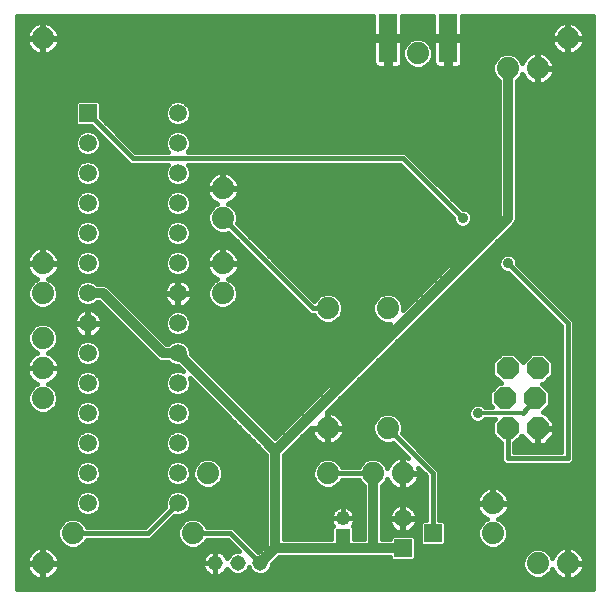
<source format=gbl>
G75*
G70*
%OFA0B0*%
%FSLAX24Y24*%
%IPPOS*%
%LPD*%
%AMOC8*
5,1,8,0,0,1.08239X$1,22.5*
%
%ADD10C,0.0515*%
%ADD11OC8,0.0740*%
%ADD12R,0.0600X0.1600*%
%ADD13C,0.0740*%
%ADD14R,0.0590X0.0590*%
%ADD15C,0.0590*%
%ADD16R,0.0480X0.0480*%
%ADD17C,0.0480*%
%ADD18C,0.0320*%
%ADD19C,0.0160*%
%ADD20C,0.0356*%
%ADD21C,0.0120*%
D10*
X007430Y002180D03*
X008180Y002180D03*
X008930Y002180D03*
D11*
X017080Y007680D03*
X017180Y006680D03*
X018080Y007680D03*
X018180Y006680D03*
X018180Y008680D03*
X017180Y008680D03*
D12*
X015180Y019680D03*
X013180Y019680D03*
D13*
X014180Y019180D03*
X017180Y018680D03*
X018180Y018680D03*
X019180Y019680D03*
X013180Y010680D03*
X011180Y010680D03*
X007680Y011180D03*
X007680Y012180D03*
X007680Y013680D03*
X007680Y014680D03*
X001680Y012180D03*
X001680Y011180D03*
X001680Y009680D03*
X001680Y008680D03*
X001680Y007680D03*
X002680Y003180D03*
X001680Y002180D03*
X006680Y003180D03*
X007180Y005180D03*
X011180Y005180D03*
X011180Y006680D03*
X012680Y005180D03*
X013680Y005180D03*
X013180Y006680D03*
X016680Y004180D03*
X016680Y003180D03*
X018180Y002180D03*
X019180Y002180D03*
X001680Y019680D03*
D14*
X003180Y017180D03*
X014680Y003180D03*
X013680Y002680D03*
D15*
X013680Y003680D03*
X006180Y004180D03*
X006180Y005180D03*
X006180Y006180D03*
X006180Y007180D03*
X006180Y008180D03*
X006180Y009180D03*
X006180Y010180D03*
X006180Y011180D03*
X006180Y012180D03*
X006180Y013180D03*
X006180Y014180D03*
X006180Y015180D03*
X006180Y016180D03*
X006180Y017180D03*
X003180Y016180D03*
X003180Y015180D03*
X003180Y014180D03*
X003180Y013180D03*
X003180Y012180D03*
X003180Y011180D03*
X003180Y010180D03*
X003180Y009180D03*
X003180Y008180D03*
X003180Y007180D03*
X003180Y006180D03*
X003180Y005180D03*
X003180Y004180D03*
D16*
X011680Y003090D03*
D17*
X011680Y003680D03*
D18*
X011680Y003090D02*
X011680Y002680D01*
X012680Y002680D01*
X012680Y005180D01*
X012680Y002680D02*
X013680Y002680D01*
X011680Y002680D02*
X009430Y002680D01*
X008930Y002180D01*
X009430Y002680D02*
X009430Y005930D01*
X017180Y013680D01*
X017180Y018680D01*
X006180Y009180D02*
X009430Y005930D01*
X006180Y009180D02*
X005680Y009180D01*
X003680Y011180D01*
X003180Y011180D01*
D19*
X000820Y020410D02*
X000820Y001320D01*
X020032Y001320D01*
X020032Y020410D01*
X015660Y020410D01*
X015660Y019750D01*
X015250Y019750D01*
X015250Y019610D01*
X015660Y019610D01*
X015660Y018856D01*
X015648Y018811D01*
X015624Y018769D01*
X015591Y018736D01*
X015549Y018712D01*
X015504Y018700D01*
X015250Y018700D01*
X015250Y019610D01*
X015110Y019610D01*
X014700Y019610D01*
X014700Y018856D01*
X014712Y018811D01*
X014736Y018769D01*
X014769Y018736D01*
X014811Y018712D01*
X014856Y018700D01*
X015110Y018700D01*
X015110Y019610D01*
X015110Y019750D01*
X014700Y019750D01*
X014700Y020410D01*
X013660Y020410D01*
X013660Y019750D01*
X013250Y019750D01*
X013250Y019610D01*
X013660Y019610D01*
X013660Y018856D01*
X013648Y018811D01*
X013624Y018769D01*
X013591Y018736D01*
X013549Y018712D01*
X013504Y018700D01*
X013250Y018700D01*
X013250Y019610D01*
X013110Y019610D01*
X013110Y018700D01*
X012856Y018700D01*
X012811Y018712D01*
X012769Y018736D01*
X012736Y018769D01*
X012712Y018811D01*
X012700Y018856D01*
X012700Y019610D01*
X013110Y019610D01*
X013110Y019750D01*
X012700Y019750D01*
X012700Y020410D01*
X000820Y020410D01*
X000820Y020359D02*
X012700Y020359D01*
X012700Y020200D02*
X001859Y020200D01*
X001891Y020190D02*
X001809Y020216D01*
X001723Y020230D01*
X001700Y020230D01*
X001700Y019700D01*
X001660Y019700D01*
X001660Y020230D01*
X001637Y020230D01*
X001551Y020216D01*
X001469Y020190D01*
X001392Y020150D01*
X001322Y020100D01*
X001260Y020038D01*
X001210Y019968D01*
X001170Y019891D01*
X001144Y019809D01*
X001130Y019723D01*
X001130Y019700D01*
X001660Y019700D01*
X001660Y019660D01*
X001130Y019660D01*
X001130Y019637D01*
X001144Y019551D01*
X001170Y019469D01*
X001210Y019392D01*
X001260Y019322D01*
X001322Y019260D01*
X001392Y019210D01*
X001469Y019170D01*
X001551Y019144D01*
X001637Y019130D01*
X001660Y019130D01*
X001660Y019660D01*
X001700Y019660D01*
X001700Y019700D01*
X002230Y019700D01*
X002230Y019723D01*
X002216Y019809D01*
X002190Y019891D01*
X002150Y019968D01*
X002100Y020038D01*
X002038Y020100D01*
X001968Y020150D01*
X001891Y020190D01*
X001700Y020200D02*
X001660Y020200D01*
X001660Y020042D02*
X001700Y020042D01*
X001700Y019883D02*
X001660Y019883D01*
X001660Y019725D02*
X001700Y019725D01*
X001700Y019660D02*
X002230Y019660D01*
X002230Y019637D01*
X002216Y019551D01*
X002190Y019469D01*
X002150Y019392D01*
X002100Y019322D01*
X002038Y019260D01*
X001968Y019210D01*
X001891Y019170D01*
X001809Y019144D01*
X001723Y019130D01*
X001700Y019130D01*
X001700Y019660D01*
X001700Y019566D02*
X001660Y019566D01*
X001660Y019408D02*
X001700Y019408D01*
X001700Y019249D02*
X001660Y019249D01*
X001337Y019249D02*
X000820Y019249D01*
X000820Y019091D02*
X012700Y019091D01*
X012700Y019249D02*
X002023Y019249D01*
X002158Y019408D02*
X012700Y019408D01*
X012700Y019566D02*
X002219Y019566D01*
X002230Y019725D02*
X013110Y019725D01*
X013250Y019725D02*
X015110Y019725D01*
X015250Y019725D02*
X018630Y019725D01*
X018630Y019723D02*
X018630Y019700D01*
X019160Y019700D01*
X019160Y020230D01*
X019137Y020230D01*
X019051Y020216D01*
X018969Y020190D01*
X018892Y020150D01*
X018822Y020100D01*
X018760Y020038D01*
X018710Y019968D01*
X018670Y019891D01*
X018644Y019809D01*
X018630Y019723D01*
X018630Y019660D02*
X018630Y019637D01*
X018644Y019551D01*
X018670Y019469D01*
X018710Y019392D01*
X018760Y019322D01*
X018822Y019260D01*
X018892Y019210D01*
X018969Y019170D01*
X019051Y019144D01*
X019137Y019130D01*
X019160Y019130D01*
X019160Y019660D01*
X018630Y019660D01*
X018641Y019566D02*
X015660Y019566D01*
X015660Y019408D02*
X018702Y019408D01*
X018837Y019249D02*
X015660Y019249D01*
X015660Y019091D02*
X016869Y019091D01*
X016891Y019112D02*
X016748Y018969D01*
X016670Y018781D01*
X016670Y018579D01*
X016748Y018391D01*
X016880Y018259D01*
X016880Y013804D01*
X013690Y010614D01*
X013690Y010781D01*
X013612Y010969D01*
X013469Y011112D01*
X013281Y011190D01*
X013079Y011190D01*
X012891Y011112D01*
X012748Y010969D01*
X012670Y010781D01*
X012670Y010579D01*
X012748Y010391D01*
X012891Y010248D01*
X013079Y010170D01*
X013246Y010170D01*
X009430Y006354D01*
X006615Y009169D01*
X006615Y009267D01*
X006549Y009426D01*
X006426Y009549D01*
X006267Y009615D01*
X006093Y009615D01*
X005934Y009549D01*
X005865Y009480D01*
X005804Y009480D01*
X003850Y011434D01*
X003740Y011480D01*
X003495Y011480D01*
X003426Y011549D01*
X003267Y011615D01*
X003093Y011615D01*
X002934Y011549D01*
X002811Y011426D01*
X002745Y011267D01*
X002745Y011093D01*
X002811Y010934D01*
X002934Y010811D01*
X003093Y010745D01*
X003267Y010745D01*
X003426Y010811D01*
X003495Y010880D01*
X003556Y010880D01*
X005426Y009010D01*
X005510Y008926D01*
X005620Y008880D01*
X005865Y008880D01*
X005934Y008811D01*
X006093Y008745D01*
X006191Y008745D01*
X006359Y008577D01*
X006267Y008615D01*
X006093Y008615D01*
X005934Y008549D01*
X005811Y008426D01*
X005745Y008267D01*
X005745Y008093D01*
X005811Y007934D01*
X005934Y007811D01*
X006093Y007745D01*
X006267Y007745D01*
X006426Y007811D01*
X006549Y007934D01*
X006615Y008093D01*
X006615Y008267D01*
X006577Y008359D01*
X009130Y005806D01*
X009130Y002804D01*
X008903Y002577D01*
X008851Y002577D01*
X008846Y002575D01*
X008021Y003400D01*
X007141Y003400D01*
X007112Y003469D01*
X006969Y003612D01*
X006781Y003690D01*
X006579Y003690D01*
X006391Y003612D01*
X006248Y003469D01*
X006170Y003281D01*
X006170Y003079D01*
X006248Y002891D01*
X006391Y002748D01*
X006579Y002670D01*
X006781Y002670D01*
X006969Y002748D01*
X007112Y002891D01*
X007141Y002960D01*
X007839Y002960D01*
X008221Y002577D01*
X008101Y002577D01*
X007955Y002517D01*
X007843Y002405D01*
X007827Y002365D01*
X007804Y002409D01*
X007764Y002465D01*
X007715Y002514D01*
X007659Y002554D01*
X007598Y002585D01*
X007532Y002607D01*
X007464Y002617D01*
X007430Y002617D01*
X007396Y002617D01*
X007328Y002607D01*
X007262Y002585D01*
X007201Y002554D01*
X007145Y002514D01*
X007096Y002465D01*
X007056Y002409D01*
X007025Y002348D01*
X007003Y002282D01*
X006993Y002214D01*
X006993Y002180D01*
X006993Y002146D01*
X007003Y002078D01*
X007025Y002012D01*
X007056Y001951D01*
X007096Y001895D01*
X007145Y001846D01*
X007201Y001806D01*
X007262Y001775D01*
X007328Y001753D01*
X007396Y001743D01*
X007430Y001743D01*
X007464Y001743D01*
X007532Y001753D01*
X007598Y001775D01*
X007659Y001806D01*
X007715Y001846D01*
X007764Y001895D01*
X007804Y001951D01*
X007827Y001995D01*
X007843Y001955D01*
X007955Y001843D01*
X008101Y001783D01*
X008259Y001783D01*
X008405Y001843D01*
X008517Y001955D01*
X008555Y002047D01*
X008593Y001955D01*
X008705Y001843D01*
X008851Y001783D01*
X009009Y001783D01*
X009155Y001843D01*
X009267Y001955D01*
X009327Y002101D01*
X009327Y002153D01*
X009554Y002380D01*
X013245Y002380D01*
X013245Y002327D01*
X013327Y002245D01*
X014033Y002245D01*
X014115Y002327D01*
X014115Y003033D01*
X014033Y003115D01*
X013327Y003115D01*
X013245Y003033D01*
X013245Y002980D01*
X012980Y002980D01*
X012980Y004759D01*
X013112Y004891D01*
X013159Y005004D01*
X013170Y004969D01*
X013210Y004892D01*
X013260Y004822D01*
X013322Y004760D01*
X013392Y004710D01*
X013469Y004670D01*
X013551Y004644D01*
X013637Y004630D01*
X013660Y004630D01*
X013660Y005160D01*
X013700Y005160D01*
X013700Y005200D01*
X014230Y005200D01*
X014230Y005223D01*
X014216Y005309D01*
X014205Y005344D01*
X014460Y005089D01*
X014460Y003615D01*
X014327Y003615D01*
X014245Y003533D01*
X014245Y002827D01*
X014327Y002745D01*
X015033Y002745D01*
X015115Y002827D01*
X015115Y003533D01*
X015033Y003615D01*
X014900Y003615D01*
X014900Y005271D01*
X014771Y005400D01*
X013661Y006510D01*
X013690Y006579D01*
X013690Y006781D01*
X013612Y006969D01*
X013469Y007112D01*
X013281Y007190D01*
X013079Y007190D01*
X012891Y007112D01*
X012748Y006969D01*
X012670Y006781D01*
X012670Y006579D01*
X012748Y006391D01*
X012891Y006248D01*
X013079Y006170D01*
X013281Y006170D01*
X013350Y006199D01*
X013844Y005705D01*
X013809Y005716D01*
X013723Y005730D01*
X013700Y005730D01*
X013700Y005200D01*
X013660Y005200D01*
X013660Y005730D01*
X013637Y005730D01*
X013551Y005716D01*
X013469Y005690D01*
X013392Y005650D01*
X013322Y005600D01*
X013260Y005538D01*
X013210Y005468D01*
X013170Y005391D01*
X013159Y005356D01*
X013112Y005469D01*
X012969Y005612D01*
X012781Y005690D01*
X012579Y005690D01*
X012391Y005612D01*
X012248Y005469D01*
X012219Y005400D01*
X011641Y005400D01*
X011612Y005469D01*
X011469Y005612D01*
X011281Y005690D01*
X011079Y005690D01*
X010891Y005612D01*
X010748Y005469D01*
X010670Y005281D01*
X010670Y005079D01*
X010748Y004891D01*
X010891Y004748D01*
X011079Y004670D01*
X011281Y004670D01*
X011469Y004748D01*
X011612Y004891D01*
X011641Y004960D01*
X012219Y004960D01*
X012248Y004891D01*
X012380Y004759D01*
X012380Y002980D01*
X012060Y002980D01*
X012060Y003388D01*
X012018Y003430D01*
X012039Y003460D01*
X012069Y003519D01*
X012090Y003582D01*
X012100Y003647D01*
X012100Y003680D01*
X012100Y003713D01*
X012090Y003778D01*
X012069Y003841D01*
X012039Y003900D01*
X012000Y003954D01*
X011954Y004000D01*
X011900Y004039D01*
X011841Y004069D01*
X011778Y004090D01*
X011713Y004100D01*
X011680Y004100D01*
X011680Y003680D01*
X011680Y003680D01*
X012100Y003680D01*
X011680Y003680D01*
X011680Y003680D01*
X011680Y003680D01*
X011260Y003680D01*
X011260Y003713D01*
X011270Y003778D01*
X011291Y003841D01*
X011321Y003900D01*
X011360Y003954D01*
X011406Y004000D01*
X011460Y004039D01*
X011519Y004069D01*
X011582Y004090D01*
X011647Y004100D01*
X011680Y004100D01*
X011680Y003680D01*
X011260Y003680D01*
X011260Y003647D01*
X011270Y003582D01*
X011291Y003519D01*
X011321Y003460D01*
X011342Y003430D01*
X011300Y003388D01*
X011300Y002980D01*
X009730Y002980D01*
X009730Y005806D01*
X010630Y006706D01*
X010630Y006689D01*
X011171Y006689D01*
X011171Y007230D01*
X011154Y007230D01*
X017350Y013426D01*
X017434Y013510D01*
X017480Y013620D01*
X017480Y018259D01*
X017612Y018391D01*
X017659Y018504D01*
X017670Y018469D01*
X017710Y018392D01*
X017760Y018322D01*
X017822Y018260D01*
X017892Y018210D01*
X017969Y018170D01*
X018051Y018144D01*
X018137Y018130D01*
X018160Y018130D01*
X018160Y018660D01*
X018200Y018660D01*
X018200Y018700D01*
X018160Y018700D01*
X018160Y019230D01*
X018137Y019230D01*
X018051Y019216D01*
X017969Y019190D01*
X017892Y019150D01*
X017822Y019100D01*
X017760Y019038D01*
X017710Y018968D01*
X017670Y018891D01*
X017659Y018856D01*
X017612Y018969D01*
X017469Y019112D01*
X017281Y019190D01*
X017079Y019190D01*
X016891Y019112D01*
X016732Y018932D02*
X015660Y018932D01*
X015626Y018774D02*
X016670Y018774D01*
X016670Y018615D02*
X000820Y018615D01*
X000820Y018457D02*
X016721Y018457D01*
X016841Y018298D02*
X000820Y018298D01*
X000820Y018140D02*
X016880Y018140D01*
X016880Y017981D02*
X000820Y017981D01*
X000820Y017823D02*
X016880Y017823D01*
X016880Y017664D02*
X000820Y017664D01*
X000820Y017506D02*
X002745Y017506D01*
X002745Y017533D02*
X002745Y016827D01*
X002827Y016745D01*
X003304Y016745D01*
X004589Y015460D01*
X005845Y015460D01*
X005811Y015426D01*
X005745Y015267D01*
X005745Y015093D01*
X005811Y014934D01*
X005934Y014811D01*
X003426Y014811D01*
X003549Y014934D01*
X003615Y015093D01*
X003615Y015267D01*
X003549Y015426D01*
X003426Y015549D01*
X003267Y015615D01*
X003093Y015615D01*
X002934Y015549D01*
X002811Y015426D01*
X002745Y015267D01*
X002745Y015093D01*
X002811Y014934D01*
X002934Y014811D01*
X000820Y014811D01*
X000820Y014653D02*
X007130Y014653D01*
X007130Y014660D02*
X007130Y014637D01*
X007144Y014551D01*
X007170Y014469D01*
X007210Y014392D01*
X007260Y014322D01*
X007322Y014260D01*
X007392Y014210D01*
X007469Y014170D01*
X007504Y014159D01*
X007391Y014112D01*
X007248Y013969D01*
X007170Y013781D01*
X007170Y013579D01*
X007248Y013391D01*
X007391Y013248D01*
X007579Y013170D01*
X007781Y013170D01*
X007850Y013199D01*
X010589Y010460D01*
X010719Y010460D01*
X010748Y010391D01*
X010891Y010248D01*
X011079Y010170D01*
X011281Y010170D01*
X011469Y010248D01*
X011612Y010391D01*
X011690Y010579D01*
X011690Y010781D01*
X011612Y010969D01*
X011469Y011112D01*
X011281Y011190D01*
X011079Y011190D01*
X010891Y011112D01*
X010748Y010969D01*
X010734Y010937D01*
X008161Y013510D01*
X008190Y013579D01*
X008190Y013781D01*
X008112Y013969D01*
X007969Y014112D01*
X007856Y014159D01*
X007891Y014170D01*
X007968Y014210D01*
X008038Y014260D01*
X008100Y014322D01*
X008150Y014392D01*
X008190Y014469D01*
X008216Y014551D01*
X008230Y014637D01*
X008230Y014660D01*
X007700Y014660D01*
X007700Y014700D01*
X008230Y014700D01*
X008230Y014723D01*
X008216Y014809D01*
X008190Y014891D01*
X008150Y014968D01*
X008100Y015038D01*
X008038Y015100D01*
X007968Y015150D01*
X007891Y015190D01*
X007809Y015216D01*
X007723Y015230D01*
X007700Y015230D01*
X007700Y014700D01*
X007660Y014700D01*
X007660Y015230D01*
X007637Y015230D01*
X007551Y015216D01*
X007469Y015190D01*
X007392Y015150D01*
X007322Y015100D01*
X007260Y015038D01*
X007210Y014968D01*
X007170Y014891D01*
X007144Y014809D01*
X007130Y014723D01*
X007130Y014700D01*
X007660Y014700D01*
X007660Y014660D01*
X007130Y014660D01*
X007144Y014811D02*
X006426Y014811D01*
X006549Y014934D01*
X006615Y015093D01*
X006615Y015267D01*
X006549Y015426D01*
X006515Y015460D01*
X013589Y015460D01*
X015362Y013687D01*
X015362Y013617D01*
X015410Y013500D01*
X015500Y013410D01*
X015617Y013362D01*
X015743Y013362D01*
X015860Y013410D01*
X015950Y013500D01*
X015998Y013617D01*
X015998Y013743D01*
X015950Y013860D01*
X016880Y013860D01*
X016880Y014019D02*
X015653Y014019D01*
X015673Y013998D02*
X013900Y015771D01*
X013771Y015900D01*
X006515Y015900D01*
X006549Y015934D01*
X006615Y016093D01*
X006615Y016267D01*
X006549Y016426D01*
X006426Y016549D01*
X006267Y016615D01*
X006093Y016615D01*
X005934Y016549D01*
X005811Y016426D01*
X005745Y016267D01*
X005745Y016093D01*
X005811Y015934D01*
X005845Y015900D01*
X004771Y015900D01*
X003615Y017056D01*
X003615Y017533D01*
X003533Y017615D01*
X002827Y017615D01*
X002745Y017533D01*
X002745Y017347D02*
X000820Y017347D01*
X000820Y017189D02*
X002745Y017189D01*
X002745Y017030D02*
X000820Y017030D01*
X000820Y016872D02*
X002745Y016872D01*
X002934Y016549D02*
X002811Y016426D01*
X002745Y016267D01*
X002745Y016093D01*
X002811Y015934D01*
X002934Y015811D01*
X003093Y015745D01*
X003267Y015745D01*
X003426Y015811D01*
X003549Y015934D01*
X003615Y016093D01*
X003615Y016267D01*
X003549Y016426D01*
X003426Y016549D01*
X003267Y016615D01*
X003093Y016615D01*
X002934Y016549D01*
X002947Y016555D02*
X000820Y016555D01*
X000820Y016713D02*
X003336Y016713D01*
X003413Y016555D02*
X003494Y016555D01*
X003561Y016396D02*
X003653Y016396D01*
X003615Y016238D02*
X003811Y016238D01*
X003970Y016079D02*
X003609Y016079D01*
X003536Y015921D02*
X004128Y015921D01*
X004287Y015762D02*
X003308Y015762D01*
X003294Y015604D02*
X004445Y015604D01*
X004680Y015680D02*
X003180Y017180D01*
X003615Y017189D02*
X005745Y017189D01*
X005745Y017267D02*
X005745Y017093D01*
X005811Y016934D01*
X005934Y016811D01*
X006093Y016745D01*
X006267Y016745D01*
X006426Y016811D01*
X006549Y016934D01*
X006615Y017093D01*
X006615Y017267D01*
X006549Y017426D01*
X006426Y017549D01*
X006267Y017615D01*
X006093Y017615D01*
X005934Y017549D01*
X005811Y017426D01*
X005745Y017267D01*
X005778Y017347D02*
X003615Y017347D01*
X003615Y017506D02*
X005890Y017506D01*
X005771Y017030D02*
X003641Y017030D01*
X003800Y016872D02*
X005873Y016872D01*
X005947Y016555D02*
X004117Y016555D01*
X003958Y016713D02*
X016880Y016713D01*
X016880Y016555D02*
X006413Y016555D01*
X006561Y016396D02*
X016880Y016396D01*
X016880Y016238D02*
X006615Y016238D01*
X006609Y016079D02*
X016880Y016079D01*
X016880Y015921D02*
X006536Y015921D01*
X006530Y015445D02*
X013604Y015445D01*
X013762Y015287D02*
X006607Y015287D01*
X006615Y015128D02*
X007361Y015128D01*
X007211Y014970D02*
X006564Y014970D01*
X006426Y014811D02*
X006267Y014745D01*
X006093Y014745D01*
X005934Y014811D01*
X005796Y014970D02*
X003564Y014970D01*
X003615Y015128D02*
X005745Y015128D01*
X005753Y015287D02*
X003607Y015287D01*
X003530Y015445D02*
X005830Y015445D01*
X005824Y015921D02*
X004751Y015921D01*
X004592Y016079D02*
X005751Y016079D01*
X005745Y016238D02*
X004434Y016238D01*
X004275Y016396D02*
X005799Y016396D01*
X006487Y016872D02*
X016880Y016872D01*
X016880Y017030D02*
X006589Y017030D01*
X006615Y017189D02*
X016880Y017189D01*
X016880Y017347D02*
X006582Y017347D01*
X006470Y017506D02*
X016880Y017506D01*
X017480Y017506D02*
X020032Y017506D01*
X020032Y017664D02*
X017480Y017664D01*
X017480Y017823D02*
X020032Y017823D01*
X020032Y017981D02*
X017480Y017981D01*
X017480Y018140D02*
X018077Y018140D01*
X018160Y018140D02*
X018200Y018140D01*
X018200Y018130D02*
X018223Y018130D01*
X018309Y018144D01*
X018391Y018170D01*
X018468Y018210D01*
X018538Y018260D01*
X018600Y018322D01*
X018650Y018392D01*
X018690Y018469D01*
X018716Y018551D01*
X018730Y018637D01*
X018730Y018660D01*
X018200Y018660D01*
X018200Y018130D01*
X018283Y018140D02*
X020032Y018140D01*
X020032Y018298D02*
X018576Y018298D01*
X018683Y018457D02*
X020032Y018457D01*
X020032Y018615D02*
X018727Y018615D01*
X018730Y018700D02*
X018730Y018723D01*
X018716Y018809D01*
X018690Y018891D01*
X018650Y018968D01*
X018600Y019038D01*
X018538Y019100D01*
X018468Y019150D01*
X018391Y019190D01*
X018309Y019216D01*
X018223Y019230D01*
X018200Y019230D01*
X018200Y018700D01*
X018730Y018700D01*
X018722Y018774D02*
X020032Y018774D01*
X020032Y018932D02*
X018669Y018932D01*
X018547Y019091D02*
X020032Y019091D01*
X020032Y019249D02*
X019523Y019249D01*
X019538Y019260D02*
X019600Y019322D01*
X019650Y019392D01*
X019690Y019469D01*
X019716Y019551D01*
X019730Y019637D01*
X019730Y019660D01*
X019200Y019660D01*
X019200Y019700D01*
X019160Y019700D01*
X019160Y019660D01*
X019200Y019660D01*
X019200Y019130D01*
X019223Y019130D01*
X019309Y019144D01*
X019391Y019170D01*
X019468Y019210D01*
X019538Y019260D01*
X019658Y019408D02*
X020032Y019408D01*
X020032Y019566D02*
X019719Y019566D01*
X019730Y019700D02*
X019730Y019723D01*
X019716Y019809D01*
X019690Y019891D01*
X019650Y019968D01*
X019600Y020038D01*
X019538Y020100D01*
X019468Y020150D01*
X019391Y020190D01*
X019309Y020216D01*
X019223Y020230D01*
X019200Y020230D01*
X019200Y019700D01*
X019730Y019700D01*
X019730Y019725D02*
X020032Y019725D01*
X020032Y019883D02*
X019692Y019883D01*
X019596Y020042D02*
X020032Y020042D01*
X020032Y020200D02*
X019359Y020200D01*
X019200Y020200D02*
X019160Y020200D01*
X019160Y020042D02*
X019200Y020042D01*
X019200Y019883D02*
X019160Y019883D01*
X019160Y019725D02*
X019200Y019725D01*
X019200Y019566D02*
X019160Y019566D01*
X019160Y019408D02*
X019200Y019408D01*
X019200Y019249D02*
X019160Y019249D01*
X018668Y019883D02*
X015660Y019883D01*
X015660Y020042D02*
X018764Y020042D01*
X019001Y020200D02*
X015660Y020200D01*
X015660Y020359D02*
X020032Y020359D01*
X018200Y019091D02*
X018160Y019091D01*
X018160Y018932D02*
X018200Y018932D01*
X018200Y018774D02*
X018160Y018774D01*
X018160Y018615D02*
X018200Y018615D01*
X018200Y018457D02*
X018160Y018457D01*
X018160Y018298D02*
X018200Y018298D01*
X017784Y018298D02*
X017519Y018298D01*
X017639Y018457D02*
X017677Y018457D01*
X017691Y018932D02*
X017628Y018932D01*
X017491Y019091D02*
X017813Y019091D01*
X017480Y017347D02*
X020032Y017347D01*
X020032Y017189D02*
X017480Y017189D01*
X017480Y017030D02*
X020032Y017030D01*
X020032Y016872D02*
X017480Y016872D01*
X017480Y016713D02*
X020032Y016713D01*
X020032Y016555D02*
X017480Y016555D01*
X017480Y016396D02*
X020032Y016396D01*
X020032Y016238D02*
X017480Y016238D01*
X017480Y016079D02*
X020032Y016079D01*
X020032Y015921D02*
X017480Y015921D01*
X017480Y015762D02*
X020032Y015762D01*
X020032Y015604D02*
X017480Y015604D01*
X017480Y015445D02*
X020032Y015445D01*
X020032Y015287D02*
X017480Y015287D01*
X017480Y015128D02*
X020032Y015128D01*
X020032Y014970D02*
X017480Y014970D01*
X017480Y014811D02*
X020032Y014811D01*
X020032Y014653D02*
X017480Y014653D01*
X017480Y014494D02*
X020032Y014494D01*
X020032Y014336D02*
X017480Y014336D01*
X017480Y014177D02*
X020032Y014177D01*
X020032Y014019D02*
X017480Y014019D01*
X017480Y013860D02*
X020032Y013860D01*
X020032Y013702D02*
X017480Y013702D01*
X017448Y013543D02*
X020032Y013543D01*
X020032Y013385D02*
X017309Y013385D01*
X017150Y013226D02*
X020032Y013226D01*
X020032Y013068D02*
X016992Y013068D01*
X016833Y012909D02*
X020032Y012909D01*
X020032Y012751D02*
X016675Y012751D01*
X016516Y012592D02*
X020032Y012592D01*
X020032Y012434D02*
X017376Y012434D01*
X017360Y012450D02*
X017243Y012498D01*
X017117Y012498D01*
X017000Y012450D01*
X016910Y012360D01*
X016862Y012243D01*
X016862Y012117D01*
X016910Y012000D01*
X017000Y011910D01*
X017117Y011862D01*
X017187Y011862D01*
X018960Y010089D01*
X018960Y005900D01*
X017400Y005900D01*
X017400Y006179D01*
X017652Y006430D01*
X017952Y006130D01*
X018160Y006130D01*
X018160Y006660D01*
X018200Y006660D01*
X018200Y006700D01*
X018730Y006700D01*
X018730Y006908D01*
X018408Y007230D01*
X018351Y007230D01*
X018590Y007469D01*
X018590Y007891D01*
X018311Y008170D01*
X018391Y008170D01*
X018690Y008469D01*
X018690Y008891D01*
X018391Y009190D01*
X017969Y009190D01*
X017680Y008901D01*
X017391Y009190D01*
X016969Y009190D01*
X016670Y008891D01*
X016670Y008469D01*
X016949Y008190D01*
X016869Y008190D01*
X016570Y007891D01*
X016570Y007469D01*
X016659Y007380D01*
X016430Y007380D01*
X016360Y007450D01*
X016243Y007498D01*
X016117Y007498D01*
X016000Y007450D01*
X015910Y007360D01*
X015862Y007243D01*
X015862Y007117D01*
X015910Y007000D01*
X016000Y006910D01*
X016117Y006862D01*
X016243Y006862D01*
X016360Y006910D01*
X016430Y006980D01*
X016759Y006980D01*
X016670Y006891D01*
X016670Y006469D01*
X016960Y006179D01*
X016960Y005589D01*
X017089Y005460D01*
X019271Y005460D01*
X019400Y005589D01*
X019400Y010271D01*
X017498Y012173D01*
X017498Y012243D01*
X017450Y012360D01*
X017360Y012450D01*
X017485Y012275D02*
X020032Y012275D01*
X020032Y012117D02*
X017555Y012117D01*
X017713Y011958D02*
X020032Y011958D01*
X020032Y011800D02*
X017872Y011800D01*
X018030Y011641D02*
X020032Y011641D01*
X020032Y011483D02*
X018189Y011483D01*
X018347Y011324D02*
X020032Y011324D01*
X020032Y011166D02*
X018506Y011166D01*
X018664Y011007D02*
X020032Y011007D01*
X020032Y010849D02*
X018823Y010849D01*
X018981Y010690D02*
X020032Y010690D01*
X020032Y010532D02*
X019140Y010532D01*
X019298Y010373D02*
X020032Y010373D01*
X020032Y010215D02*
X019400Y010215D01*
X019400Y010056D02*
X020032Y010056D01*
X020032Y009898D02*
X019400Y009898D01*
X019400Y009739D02*
X020032Y009739D01*
X020032Y009581D02*
X019400Y009581D01*
X019400Y009422D02*
X020032Y009422D01*
X020032Y009264D02*
X019400Y009264D01*
X019400Y009105D02*
X020032Y009105D01*
X020032Y008947D02*
X019400Y008947D01*
X019400Y008788D02*
X020032Y008788D01*
X020032Y008630D02*
X019400Y008630D01*
X019400Y008471D02*
X020032Y008471D01*
X020032Y008313D02*
X019400Y008313D01*
X019400Y008154D02*
X020032Y008154D01*
X020032Y007996D02*
X019400Y007996D01*
X019400Y007837D02*
X020032Y007837D01*
X020032Y007679D02*
X019400Y007679D01*
X019400Y007520D02*
X020032Y007520D01*
X020032Y007362D02*
X019400Y007362D01*
X019400Y007203D02*
X020032Y007203D01*
X020032Y007045D02*
X019400Y007045D01*
X019400Y006886D02*
X020032Y006886D01*
X020032Y006728D02*
X019400Y006728D01*
X019400Y006569D02*
X020032Y006569D01*
X020032Y006411D02*
X019400Y006411D01*
X019400Y006252D02*
X020032Y006252D01*
X020032Y006094D02*
X019400Y006094D01*
X019400Y005935D02*
X020032Y005935D01*
X020032Y005777D02*
X019400Y005777D01*
X019400Y005618D02*
X020032Y005618D01*
X020032Y005460D02*
X014712Y005460D01*
X014553Y005618D02*
X016960Y005618D01*
X016960Y005777D02*
X014395Y005777D01*
X014236Y005935D02*
X016960Y005935D01*
X016960Y006094D02*
X014078Y006094D01*
X013919Y006252D02*
X016887Y006252D01*
X016728Y006411D02*
X013761Y006411D01*
X013686Y006569D02*
X016670Y006569D01*
X016670Y006728D02*
X013690Y006728D01*
X013647Y006886D02*
X016058Y006886D01*
X015892Y007045D02*
X013537Y007045D01*
X013180Y006680D02*
X014680Y005180D01*
X014680Y003180D01*
X015115Y003241D02*
X016170Y003241D01*
X016170Y003281D02*
X016170Y003079D01*
X016248Y002891D01*
X016391Y002748D01*
X016579Y002670D01*
X016781Y002670D01*
X016969Y002748D01*
X017112Y002891D01*
X017190Y003079D01*
X017190Y003281D01*
X017112Y003469D01*
X016969Y003612D01*
X016856Y003659D01*
X016891Y003670D01*
X016968Y003710D01*
X017038Y003760D01*
X017100Y003822D01*
X017150Y003892D01*
X017190Y003969D01*
X017216Y004051D01*
X017230Y004137D01*
X017230Y004160D01*
X016700Y004160D01*
X016700Y004200D01*
X017230Y004200D01*
X017230Y004223D01*
X017216Y004309D01*
X017190Y004391D01*
X017150Y004468D01*
X017100Y004538D01*
X017038Y004600D01*
X016968Y004650D01*
X016891Y004690D01*
X016809Y004716D01*
X016723Y004730D01*
X016700Y004730D01*
X016700Y004200D01*
X016660Y004200D01*
X016660Y004730D01*
X016637Y004730D01*
X016551Y004716D01*
X016469Y004690D01*
X016392Y004650D01*
X016322Y004600D01*
X016260Y004538D01*
X016210Y004468D01*
X016170Y004391D01*
X016144Y004309D01*
X016130Y004223D01*
X016130Y004200D01*
X016660Y004200D01*
X016660Y004160D01*
X016130Y004160D01*
X016130Y004137D01*
X016144Y004051D01*
X016170Y003969D01*
X016210Y003892D01*
X016260Y003822D01*
X016322Y003760D01*
X016392Y003710D01*
X016469Y003670D01*
X016504Y003659D01*
X016391Y003612D01*
X016248Y003469D01*
X016170Y003281D01*
X016219Y003399D02*
X015115Y003399D01*
X015090Y003558D02*
X016336Y003558D01*
X016383Y003716D02*
X014900Y003716D01*
X014900Y003875D02*
X016222Y003875D01*
X016149Y004033D02*
X014900Y004033D01*
X014900Y004192D02*
X016660Y004192D01*
X016700Y004192D02*
X020032Y004192D01*
X020032Y004350D02*
X017203Y004350D01*
X017121Y004509D02*
X020032Y004509D01*
X020032Y004667D02*
X016936Y004667D01*
X016700Y004667D02*
X016660Y004667D01*
X016660Y004509D02*
X016700Y004509D01*
X016700Y004350D02*
X016660Y004350D01*
X016424Y004667D02*
X014900Y004667D01*
X014900Y004509D02*
X016239Y004509D01*
X016157Y004350D02*
X014900Y004350D01*
X014460Y004350D02*
X012980Y004350D01*
X012980Y004192D02*
X014460Y004192D01*
X014460Y004033D02*
X013999Y004033D01*
X013989Y004042D02*
X013929Y004086D01*
X013862Y004120D01*
X013791Y004143D01*
X013717Y004155D01*
X013698Y004155D01*
X013698Y003698D01*
X013662Y003698D01*
X013662Y004155D01*
X013643Y004155D01*
X013569Y004143D01*
X013498Y004120D01*
X013431Y004086D01*
X013371Y004042D01*
X013318Y003989D01*
X013274Y003929D01*
X013240Y003862D01*
X013217Y003791D01*
X013205Y003717D01*
X013205Y003698D01*
X013662Y003698D01*
X013662Y003662D01*
X013205Y003662D01*
X013205Y003643D01*
X013217Y003569D01*
X013240Y003498D01*
X013274Y003431D01*
X013318Y003371D01*
X013371Y003318D01*
X013431Y003274D01*
X013498Y003240D01*
X013569Y003217D01*
X013643Y003205D01*
X013662Y003205D01*
X013662Y003662D01*
X013698Y003662D01*
X013698Y003698D01*
X014155Y003698D01*
X014155Y003717D01*
X014143Y003791D01*
X014120Y003862D01*
X014086Y003929D01*
X014042Y003989D01*
X013989Y004042D01*
X014114Y003875D02*
X014460Y003875D01*
X014460Y003716D02*
X014155Y003716D01*
X014155Y003662D02*
X013698Y003662D01*
X013698Y003205D01*
X013717Y003205D01*
X013791Y003217D01*
X013862Y003240D01*
X013929Y003274D01*
X013989Y003318D01*
X014042Y003371D01*
X014086Y003431D01*
X014120Y003498D01*
X014143Y003569D01*
X014155Y003643D01*
X014155Y003662D01*
X014140Y003558D02*
X014270Y003558D01*
X014245Y003399D02*
X014063Y003399D01*
X014245Y003241D02*
X013864Y003241D01*
X013698Y003241D02*
X013662Y003241D01*
X013662Y003399D02*
X013698Y003399D01*
X013698Y003558D02*
X013662Y003558D01*
X013662Y003716D02*
X013698Y003716D01*
X013698Y003875D02*
X013662Y003875D01*
X013662Y004033D02*
X013698Y004033D01*
X013361Y004033D02*
X012980Y004033D01*
X012980Y003875D02*
X013246Y003875D01*
X013205Y003716D02*
X012980Y003716D01*
X012980Y003558D02*
X013220Y003558D01*
X013297Y003399D02*
X012980Y003399D01*
X012980Y003241D02*
X013496Y003241D01*
X013294Y003082D02*
X012980Y003082D01*
X012380Y003082D02*
X012060Y003082D01*
X012060Y003241D02*
X012380Y003241D01*
X012380Y003399D02*
X012049Y003399D01*
X012082Y003558D02*
X012380Y003558D01*
X012380Y003716D02*
X012100Y003716D01*
X012052Y003875D02*
X012380Y003875D01*
X012380Y004033D02*
X011909Y004033D01*
X011680Y004033D02*
X011680Y004033D01*
X011680Y003875D02*
X011680Y003875D01*
X011680Y003716D02*
X011680Y003716D01*
X011451Y004033D02*
X009730Y004033D01*
X009730Y003875D02*
X011308Y003875D01*
X011260Y003716D02*
X009730Y003716D01*
X009730Y003558D02*
X011278Y003558D01*
X011311Y003399D02*
X009730Y003399D01*
X009730Y003241D02*
X011300Y003241D01*
X011300Y003082D02*
X009730Y003082D01*
X009130Y003082D02*
X008339Y003082D01*
X008181Y003241D02*
X009130Y003241D01*
X009130Y003399D02*
X008022Y003399D01*
X007930Y003180D02*
X008930Y002180D01*
X008586Y001973D02*
X008524Y001973D01*
X008335Y001814D02*
X008775Y001814D01*
X009085Y001814D02*
X017825Y001814D01*
X017891Y001748D02*
X018079Y001670D01*
X018281Y001670D01*
X018469Y001748D01*
X018612Y001891D01*
X018659Y002004D01*
X018670Y001969D01*
X018710Y001892D01*
X018760Y001822D01*
X018822Y001760D01*
X018892Y001710D01*
X018969Y001670D01*
X019051Y001644D01*
X019137Y001630D01*
X019160Y001630D01*
X019160Y002160D01*
X019200Y002160D01*
X019200Y002200D01*
X019160Y002200D01*
X019160Y002730D01*
X019137Y002730D01*
X019051Y002716D01*
X018969Y002690D01*
X018892Y002650D01*
X018822Y002600D01*
X018760Y002538D01*
X018710Y002468D01*
X018670Y002391D01*
X018659Y002356D01*
X018612Y002469D01*
X018469Y002612D01*
X018281Y002690D01*
X018079Y002690D01*
X017891Y002612D01*
X017748Y002469D01*
X017670Y002281D01*
X017670Y002079D01*
X017748Y001891D01*
X017891Y001748D01*
X017714Y001973D02*
X009274Y001973D01*
X009327Y002131D02*
X017670Y002131D01*
X017673Y002290D02*
X014077Y002290D01*
X014115Y002448D02*
X017739Y002448D01*
X017885Y002607D02*
X014115Y002607D01*
X014115Y002765D02*
X014307Y002765D01*
X014245Y002924D02*
X014115Y002924D01*
X014066Y003082D02*
X014245Y003082D01*
X015053Y002765D02*
X016374Y002765D01*
X016234Y002924D02*
X015115Y002924D01*
X015115Y003082D02*
X016170Y003082D01*
X016986Y002765D02*
X020032Y002765D01*
X020032Y002607D02*
X019529Y002607D01*
X019538Y002600D02*
X019468Y002650D01*
X019391Y002690D01*
X019309Y002716D01*
X019223Y002730D01*
X019200Y002730D01*
X019200Y002200D01*
X019730Y002200D01*
X019730Y002223D01*
X019716Y002309D01*
X019690Y002391D01*
X019650Y002468D01*
X019600Y002538D01*
X019538Y002600D01*
X019661Y002448D02*
X020032Y002448D01*
X020032Y002290D02*
X019720Y002290D01*
X019730Y002160D02*
X019200Y002160D01*
X019200Y001630D01*
X019223Y001630D01*
X019309Y001644D01*
X019391Y001670D01*
X019468Y001710D01*
X019538Y001760D01*
X019600Y001822D01*
X019650Y001892D01*
X019690Y001969D01*
X019716Y002051D01*
X019730Y002137D01*
X019730Y002160D01*
X019729Y002131D02*
X020032Y002131D01*
X020032Y001973D02*
X019691Y001973D01*
X019592Y001814D02*
X020032Y001814D01*
X020032Y001656D02*
X019346Y001656D01*
X019200Y001656D02*
X019160Y001656D01*
X019014Y001656D02*
X001846Y001656D01*
X001809Y001644D02*
X001891Y001670D01*
X001968Y001710D01*
X002038Y001760D01*
X002100Y001822D01*
X002150Y001892D01*
X002190Y001969D01*
X002216Y002051D01*
X002230Y002137D01*
X002230Y002160D01*
X001700Y002160D01*
X001700Y002200D01*
X001660Y002200D01*
X001660Y002730D01*
X001637Y002730D01*
X001551Y002716D01*
X001469Y002690D01*
X001392Y002650D01*
X001322Y002600D01*
X001260Y002538D01*
X001210Y002468D01*
X001170Y002391D01*
X001144Y002309D01*
X001130Y002223D01*
X001130Y002200D01*
X001660Y002200D01*
X001660Y002160D01*
X001130Y002160D01*
X001130Y002137D01*
X001144Y002051D01*
X001170Y001969D01*
X001210Y001892D01*
X001260Y001822D01*
X001322Y001760D01*
X001392Y001710D01*
X001469Y001670D01*
X001551Y001644D01*
X001637Y001630D01*
X001660Y001630D01*
X001660Y002160D01*
X001700Y002160D01*
X001700Y001630D01*
X001723Y001630D01*
X001809Y001644D01*
X001700Y001656D02*
X001660Y001656D01*
X001514Y001656D02*
X000820Y001656D01*
X000820Y001814D02*
X001268Y001814D01*
X001169Y001973D02*
X000820Y001973D01*
X000820Y002131D02*
X001131Y002131D01*
X001140Y002290D02*
X000820Y002290D01*
X000820Y002448D02*
X001199Y002448D01*
X001331Y002607D02*
X000820Y002607D01*
X000820Y002765D02*
X002374Y002765D01*
X002391Y002748D02*
X002579Y002670D01*
X002781Y002670D01*
X002969Y002748D01*
X003112Y002891D01*
X003141Y002960D01*
X005271Y002960D01*
X006067Y003756D01*
X006093Y003745D01*
X006267Y003745D01*
X006426Y003811D01*
X006549Y003934D01*
X006615Y004093D01*
X006615Y004267D01*
X006549Y004426D01*
X006426Y004549D01*
X006267Y004615D01*
X006093Y004615D01*
X005934Y004549D01*
X005811Y004426D01*
X005745Y004267D01*
X005745Y004093D01*
X005756Y004067D01*
X005089Y003400D01*
X003141Y003400D01*
X003112Y003469D01*
X002969Y003612D01*
X002781Y003690D01*
X002579Y003690D01*
X002391Y003612D01*
X002248Y003469D01*
X002170Y003281D01*
X002170Y003079D01*
X002248Y002891D01*
X002391Y002748D01*
X002234Y002924D02*
X000820Y002924D01*
X000820Y003082D02*
X002170Y003082D01*
X002170Y003241D02*
X000820Y003241D01*
X000820Y003399D02*
X002219Y003399D01*
X002336Y003558D02*
X000820Y003558D01*
X000820Y003716D02*
X005405Y003716D01*
X005563Y003875D02*
X003490Y003875D01*
X003549Y003934D02*
X003615Y004093D01*
X003615Y004267D01*
X003549Y004426D01*
X003426Y004549D01*
X003267Y004615D01*
X003093Y004615D01*
X002934Y004549D01*
X002811Y004426D01*
X002745Y004267D01*
X002745Y004093D01*
X002811Y003934D01*
X002934Y003811D01*
X003093Y003745D01*
X003267Y003745D01*
X003426Y003811D01*
X003549Y003934D01*
X003590Y004033D02*
X005722Y004033D01*
X005745Y004192D02*
X003615Y004192D01*
X003580Y004350D02*
X005780Y004350D01*
X005893Y004509D02*
X003467Y004509D01*
X003426Y004811D02*
X003267Y004745D01*
X003093Y004745D01*
X002934Y004811D01*
X002811Y004934D01*
X002745Y005093D01*
X002745Y005267D01*
X002811Y005426D01*
X002934Y005549D01*
X003093Y005615D01*
X003267Y005615D01*
X003426Y005549D01*
X003549Y005426D01*
X003615Y005267D01*
X003615Y005093D01*
X003549Y004934D01*
X003426Y004811D01*
X003441Y004826D02*
X005919Y004826D01*
X005934Y004811D02*
X006093Y004745D01*
X006267Y004745D01*
X006426Y004811D01*
X006549Y004934D01*
X006615Y005093D01*
X006615Y005267D01*
X006549Y005426D01*
X006426Y005549D01*
X006267Y005615D01*
X006093Y005615D01*
X005934Y005549D01*
X005811Y005426D01*
X005745Y005267D01*
X005745Y005093D01*
X005811Y004934D01*
X005934Y004811D01*
X005790Y004984D02*
X003570Y004984D01*
X003615Y005143D02*
X005745Y005143D01*
X005759Y005301D02*
X003601Y005301D01*
X003516Y005460D02*
X005844Y005460D01*
X005934Y005811D02*
X006093Y005745D01*
X006267Y005745D01*
X006426Y005811D01*
X006549Y005934D01*
X006615Y006093D01*
X006615Y006267D01*
X006549Y006426D01*
X006426Y006549D01*
X006267Y006615D01*
X006093Y006615D01*
X005934Y006549D01*
X005811Y006426D01*
X005745Y006267D01*
X005745Y006093D01*
X005811Y005934D01*
X005934Y005811D01*
X006017Y005777D02*
X003343Y005777D01*
X003267Y005745D02*
X003093Y005745D01*
X002934Y005811D01*
X002811Y005934D01*
X002745Y006093D01*
X002745Y006267D01*
X002811Y006426D01*
X002934Y006549D01*
X003093Y006615D01*
X003267Y006615D01*
X003426Y006549D01*
X003549Y006426D01*
X003615Y006267D01*
X003615Y006093D01*
X003549Y005934D01*
X003426Y005811D01*
X003267Y005745D01*
X003017Y005777D02*
X000820Y005777D01*
X000820Y005935D02*
X002811Y005935D01*
X002745Y006094D02*
X000820Y006094D01*
X000820Y006252D02*
X002745Y006252D01*
X002805Y006411D02*
X000820Y006411D01*
X000820Y006569D02*
X002982Y006569D01*
X003093Y006745D02*
X002934Y006811D01*
X002811Y006934D01*
X002745Y007093D01*
X002745Y007267D01*
X002811Y007426D01*
X002934Y007549D01*
X003093Y007615D01*
X003267Y007615D01*
X003426Y007549D01*
X003549Y007426D01*
X003615Y007267D01*
X003615Y007093D01*
X003549Y006934D01*
X003426Y006811D01*
X003267Y006745D01*
X003093Y006745D01*
X002859Y006886D02*
X000820Y006886D01*
X000820Y006728D02*
X008208Y006728D01*
X008050Y006886D02*
X006501Y006886D01*
X006549Y006934D02*
X006615Y007093D01*
X006615Y007267D01*
X006549Y007426D01*
X006426Y007549D01*
X006267Y007615D01*
X006093Y007615D01*
X005934Y007549D01*
X005811Y007426D01*
X005745Y007267D01*
X005745Y007093D01*
X005811Y006934D01*
X005934Y006811D01*
X006093Y006745D01*
X006267Y006745D01*
X006426Y006811D01*
X006549Y006934D01*
X006595Y007045D02*
X007891Y007045D01*
X007733Y007203D02*
X006615Y007203D01*
X006576Y007362D02*
X007574Y007362D01*
X007416Y007520D02*
X006455Y007520D01*
X006452Y007837D02*
X007099Y007837D01*
X007257Y007679D02*
X002190Y007679D01*
X002190Y007579D02*
X002190Y007781D01*
X002112Y007969D01*
X001969Y008112D01*
X001856Y008159D01*
X001891Y008170D01*
X001968Y008210D01*
X002038Y008260D01*
X002100Y008322D01*
X002150Y008392D01*
X002190Y008469D01*
X002216Y008551D01*
X002230Y008637D01*
X002230Y008680D01*
X002230Y008723D01*
X002216Y008809D01*
X002190Y008891D01*
X002150Y008968D01*
X002100Y009038D01*
X002038Y009100D01*
X001968Y009150D01*
X001891Y009190D01*
X001856Y009201D01*
X001969Y009248D01*
X002112Y009391D01*
X002190Y009579D01*
X002190Y009781D01*
X002112Y009969D01*
X001969Y010112D01*
X001781Y010190D01*
X001579Y010190D01*
X001391Y010112D01*
X001248Y009969D01*
X001170Y009781D01*
X001170Y009579D01*
X001248Y009391D01*
X001391Y009248D01*
X001504Y009201D01*
X001469Y009190D01*
X001392Y009150D01*
X001322Y009100D01*
X001260Y009038D01*
X001210Y008968D01*
X001170Y008891D01*
X001144Y008809D01*
X001130Y008723D01*
X001130Y008680D01*
X001680Y008680D01*
X002230Y008680D01*
X001680Y008680D01*
X001680Y008680D01*
X001680Y008680D01*
X001130Y008680D01*
X001130Y008637D01*
X001144Y008551D01*
X001170Y008469D01*
X001210Y008392D01*
X001260Y008322D01*
X001322Y008260D01*
X001392Y008210D01*
X001469Y008170D01*
X001504Y008159D01*
X001391Y008112D01*
X001248Y007969D01*
X001170Y007781D01*
X001170Y007579D01*
X001248Y007391D01*
X001391Y007248D01*
X001579Y007170D01*
X001781Y007170D01*
X001969Y007248D01*
X002112Y007391D01*
X002190Y007579D01*
X002166Y007520D02*
X002905Y007520D01*
X002784Y007362D02*
X002083Y007362D01*
X001861Y007203D02*
X002745Y007203D01*
X002765Y007045D02*
X000820Y007045D01*
X000820Y007203D02*
X001499Y007203D01*
X001277Y007362D02*
X000820Y007362D01*
X000820Y007520D02*
X001194Y007520D01*
X001170Y007679D02*
X000820Y007679D01*
X000820Y007837D02*
X001193Y007837D01*
X001274Y007996D02*
X000820Y007996D01*
X000820Y008154D02*
X001492Y008154D01*
X001270Y008313D02*
X000820Y008313D01*
X000820Y008471D02*
X001170Y008471D01*
X001131Y008630D02*
X000820Y008630D01*
X000820Y008788D02*
X001140Y008788D01*
X001199Y008947D02*
X000820Y008947D01*
X000820Y009105D02*
X001329Y009105D01*
X001375Y009264D02*
X000820Y009264D01*
X000820Y009422D02*
X001235Y009422D01*
X001170Y009581D02*
X000820Y009581D01*
X000820Y009739D02*
X001170Y009739D01*
X001218Y009898D02*
X000820Y009898D01*
X000820Y010056D02*
X001335Y010056D01*
X001579Y010670D02*
X001781Y010670D01*
X001969Y010748D01*
X002112Y010891D01*
X002190Y011079D01*
X002190Y011281D01*
X002112Y011469D01*
X001969Y011612D01*
X001856Y011659D01*
X001891Y011670D01*
X001968Y011710D01*
X002038Y011760D01*
X002100Y011822D01*
X002150Y011892D01*
X002190Y011969D01*
X002216Y012051D01*
X002230Y012137D01*
X002230Y012160D01*
X001700Y012160D01*
X001700Y012200D01*
X002230Y012200D01*
X002230Y012223D01*
X002216Y012309D01*
X002190Y012391D01*
X002150Y012468D01*
X002100Y012538D01*
X002038Y012600D01*
X001968Y012650D01*
X001891Y012690D01*
X001809Y012716D01*
X001723Y012730D01*
X001700Y012730D01*
X001700Y012200D01*
X001660Y012200D01*
X001660Y012730D01*
X001637Y012730D01*
X001551Y012716D01*
X001469Y012690D01*
X001392Y012650D01*
X001322Y012600D01*
X001260Y012538D01*
X001210Y012468D01*
X001170Y012391D01*
X001144Y012309D01*
X001130Y012223D01*
X001130Y012200D01*
X001660Y012200D01*
X001660Y012160D01*
X001130Y012160D01*
X001130Y012137D01*
X001144Y012051D01*
X001170Y011969D01*
X001210Y011892D01*
X001260Y011822D01*
X001322Y011760D01*
X001392Y011710D01*
X001469Y011670D01*
X001504Y011659D01*
X001391Y011612D01*
X001248Y011469D01*
X001170Y011281D01*
X001170Y011079D01*
X001248Y010891D01*
X001391Y010748D01*
X001579Y010670D01*
X001530Y010690D02*
X000820Y010690D01*
X000820Y010532D02*
X002860Y010532D01*
X002871Y010542D02*
X002818Y010489D01*
X002774Y010429D01*
X002740Y010362D01*
X002717Y010291D01*
X002705Y010217D01*
X002705Y010198D01*
X003162Y010198D01*
X003162Y010655D01*
X003143Y010655D01*
X003069Y010643D01*
X002998Y010620D01*
X002931Y010586D01*
X002871Y010542D01*
X002745Y010373D02*
X000820Y010373D01*
X000820Y010215D02*
X002705Y010215D01*
X002705Y010162D02*
X002705Y010143D01*
X002717Y010069D01*
X002740Y009998D01*
X002774Y009931D01*
X002818Y009871D01*
X002871Y009818D01*
X002931Y009774D01*
X002998Y009740D01*
X003069Y009717D01*
X003143Y009705D01*
X003162Y009705D01*
X003162Y010162D01*
X003198Y010162D01*
X003198Y010198D01*
X003655Y010198D01*
X003655Y010217D01*
X003643Y010291D01*
X003620Y010362D01*
X003586Y010429D01*
X003542Y010489D01*
X003489Y010542D01*
X003429Y010586D01*
X003362Y010620D01*
X003291Y010643D01*
X003217Y010655D01*
X003198Y010655D01*
X003198Y010198D01*
X003162Y010198D01*
X003162Y010162D01*
X002705Y010162D01*
X002721Y010056D02*
X002025Y010056D01*
X002142Y009898D02*
X002798Y009898D01*
X003000Y009739D02*
X002190Y009739D01*
X002190Y009581D02*
X003010Y009581D01*
X002934Y009549D02*
X003093Y009615D01*
X003267Y009615D01*
X003426Y009549D01*
X003549Y009426D01*
X003615Y009267D01*
X003615Y009093D01*
X003549Y008934D01*
X003426Y008811D01*
X003267Y008745D01*
X003093Y008745D01*
X002934Y008811D01*
X002811Y008934D01*
X002745Y009093D01*
X002745Y009267D01*
X002811Y009426D01*
X002934Y009549D01*
X002809Y009422D02*
X002125Y009422D01*
X001985Y009264D02*
X002745Y009264D01*
X002745Y009105D02*
X002031Y009105D01*
X002161Y008947D02*
X002806Y008947D01*
X002990Y008788D02*
X002220Y008788D01*
X002229Y008630D02*
X006306Y008630D01*
X005990Y008788D02*
X003370Y008788D01*
X003267Y008615D02*
X003093Y008615D01*
X002934Y008549D01*
X002811Y008426D01*
X002745Y008267D01*
X002745Y008093D01*
X002811Y007934D01*
X002934Y007811D01*
X003093Y007745D01*
X003267Y007745D01*
X003426Y007811D01*
X003549Y007934D01*
X003615Y008093D01*
X003615Y008267D01*
X003549Y008426D01*
X003426Y008549D01*
X003267Y008615D01*
X003504Y008471D02*
X005856Y008471D01*
X005764Y008313D02*
X003596Y008313D01*
X003615Y008154D02*
X005745Y008154D01*
X005786Y007996D02*
X003574Y007996D01*
X003452Y007837D02*
X005908Y007837D01*
X005905Y007520D02*
X003455Y007520D01*
X003576Y007362D02*
X005784Y007362D01*
X005745Y007203D02*
X003615Y007203D01*
X003595Y007045D02*
X005765Y007045D01*
X005859Y006886D02*
X003501Y006886D01*
X003378Y006569D02*
X005982Y006569D01*
X005805Y006411D02*
X003555Y006411D01*
X003615Y006252D02*
X005745Y006252D01*
X005745Y006094D02*
X003615Y006094D01*
X003549Y005935D02*
X005811Y005935D01*
X006343Y005777D02*
X009130Y005777D01*
X009130Y005618D02*
X007455Y005618D01*
X007469Y005612D02*
X007281Y005690D01*
X007079Y005690D01*
X006891Y005612D01*
X006748Y005469D01*
X006670Y005281D01*
X006670Y005079D01*
X006748Y004891D01*
X006891Y004748D01*
X007079Y004670D01*
X007281Y004670D01*
X007469Y004748D01*
X007612Y004891D01*
X007690Y005079D01*
X007690Y005281D01*
X007612Y005469D01*
X007469Y005612D01*
X007616Y005460D02*
X009130Y005460D01*
X009130Y005301D02*
X007682Y005301D01*
X007690Y005143D02*
X009130Y005143D01*
X009130Y004984D02*
X007651Y004984D01*
X007547Y004826D02*
X009130Y004826D01*
X009130Y004667D02*
X000820Y004667D01*
X000820Y004509D02*
X002893Y004509D01*
X002780Y004350D02*
X000820Y004350D01*
X000820Y004192D02*
X002745Y004192D01*
X002770Y004033D02*
X000820Y004033D01*
X000820Y003875D02*
X002870Y003875D01*
X003024Y003558D02*
X005246Y003558D01*
X005552Y003241D02*
X006170Y003241D01*
X006170Y003082D02*
X005393Y003082D01*
X005180Y003180D02*
X006180Y004180D01*
X006490Y003875D02*
X009130Y003875D01*
X009130Y004033D02*
X006590Y004033D01*
X006615Y004192D02*
X009130Y004192D01*
X009130Y004350D02*
X006580Y004350D01*
X006467Y004509D02*
X009130Y004509D01*
X009730Y004509D02*
X012380Y004509D01*
X012380Y004667D02*
X009730Y004667D01*
X009730Y004826D02*
X010813Y004826D01*
X010709Y004984D02*
X009730Y004984D01*
X009730Y005143D02*
X010670Y005143D01*
X010678Y005301D02*
X009730Y005301D01*
X009730Y005460D02*
X010744Y005460D01*
X010905Y005618D02*
X009730Y005618D01*
X009730Y005777D02*
X013772Y005777D01*
X013700Y005618D02*
X013660Y005618D01*
X013660Y005460D02*
X013700Y005460D01*
X013700Y005301D02*
X013660Y005301D01*
X013700Y005160D02*
X014230Y005160D01*
X014230Y005137D01*
X014216Y005051D01*
X014190Y004969D01*
X014150Y004892D01*
X014100Y004822D01*
X014038Y004760D01*
X013968Y004710D01*
X013891Y004670D01*
X013809Y004644D01*
X013723Y004630D01*
X013700Y004630D01*
X013700Y005160D01*
X013700Y005143D02*
X013660Y005143D01*
X013660Y004984D02*
X013700Y004984D01*
X013700Y004826D02*
X013660Y004826D01*
X013660Y004667D02*
X013700Y004667D01*
X013881Y004667D02*
X014460Y004667D01*
X014460Y004509D02*
X012980Y004509D01*
X012980Y004667D02*
X013479Y004667D01*
X013258Y004826D02*
X013047Y004826D01*
X013151Y004984D02*
X013165Y004984D01*
X013205Y005460D02*
X013116Y005460D01*
X012955Y005618D02*
X013347Y005618D01*
X013614Y005935D02*
X009859Y005935D01*
X010018Y006094D02*
X013455Y006094D01*
X012887Y006252D02*
X011527Y006252D01*
X011538Y006260D02*
X011468Y006210D01*
X011391Y006170D01*
X011309Y006144D01*
X011223Y006130D01*
X011189Y006130D01*
X011189Y006671D01*
X011189Y006689D01*
X011171Y006689D01*
X011171Y006671D01*
X011189Y006671D01*
X011730Y006671D01*
X011730Y006637D01*
X011716Y006551D01*
X011690Y006469D01*
X011650Y006392D01*
X011600Y006322D01*
X011538Y006260D01*
X011660Y006411D02*
X012740Y006411D01*
X012674Y006569D02*
X011719Y006569D01*
X011730Y006689D02*
X011730Y006723D01*
X011716Y006809D01*
X011690Y006891D01*
X011650Y006968D01*
X011600Y007038D01*
X011538Y007100D01*
X011468Y007150D01*
X011391Y007190D01*
X011309Y007216D01*
X011223Y007230D01*
X011189Y007230D01*
X011189Y006689D01*
X011730Y006689D01*
X011729Y006728D02*
X012670Y006728D01*
X012713Y006886D02*
X011691Y006886D01*
X011593Y007045D02*
X012823Y007045D01*
X011920Y007996D02*
X016674Y007996D01*
X016570Y007837D02*
X011761Y007837D01*
X011603Y007679D02*
X016570Y007679D01*
X016570Y007520D02*
X011444Y007520D01*
X011286Y007362D02*
X015912Y007362D01*
X015862Y007203D02*
X011350Y007203D01*
X011189Y007203D02*
X011171Y007203D01*
X011171Y007045D02*
X011189Y007045D01*
X011189Y006886D02*
X011171Y006886D01*
X011171Y006728D02*
X011189Y006728D01*
X011171Y006671D02*
X010630Y006671D01*
X010630Y006637D01*
X010644Y006551D01*
X010670Y006469D01*
X010710Y006392D01*
X010760Y006322D01*
X010822Y006260D01*
X010892Y006210D01*
X010969Y006170D01*
X011051Y006144D01*
X011137Y006130D01*
X011171Y006130D01*
X011171Y006671D01*
X011171Y006569D02*
X011189Y006569D01*
X011189Y006411D02*
X011171Y006411D01*
X011171Y006252D02*
X011189Y006252D01*
X010833Y006252D02*
X010176Y006252D01*
X010335Y006411D02*
X010700Y006411D01*
X010641Y006569D02*
X010493Y006569D01*
X010120Y007045D02*
X008740Y007045D01*
X008581Y007203D02*
X010279Y007203D01*
X010437Y007362D02*
X008423Y007362D01*
X008264Y007520D02*
X010596Y007520D01*
X010754Y007679D02*
X008106Y007679D01*
X007947Y007837D02*
X010913Y007837D01*
X011071Y007996D02*
X007789Y007996D01*
X007630Y008154D02*
X011230Y008154D01*
X011388Y008313D02*
X007472Y008313D01*
X007313Y008471D02*
X011547Y008471D01*
X011705Y008630D02*
X007155Y008630D01*
X006996Y008788D02*
X011864Y008788D01*
X012022Y008947D02*
X006838Y008947D01*
X006679Y009105D02*
X012181Y009105D01*
X012339Y009264D02*
X006615Y009264D01*
X006551Y009422D02*
X012498Y009422D01*
X012656Y009581D02*
X006350Y009581D01*
X006267Y009745D02*
X006093Y009745D01*
X005934Y009811D01*
X005811Y009934D01*
X005745Y010093D01*
X005745Y010267D01*
X005811Y010426D01*
X005934Y010549D01*
X006093Y010615D01*
X006267Y010615D01*
X006426Y010549D01*
X006549Y010426D01*
X006615Y010267D01*
X006615Y010093D01*
X006549Y009934D01*
X006426Y009811D01*
X006267Y009745D01*
X006513Y009898D02*
X012973Y009898D01*
X013132Y010056D02*
X006599Y010056D01*
X006615Y010215D02*
X010971Y010215D01*
X010766Y010373D02*
X006571Y010373D01*
X006444Y010532D02*
X010517Y010532D01*
X010680Y010680D02*
X011180Y010680D01*
X010680Y010680D02*
X007680Y013680D01*
X007297Y014019D02*
X006584Y014019D01*
X006615Y014093D02*
X006549Y013934D01*
X006426Y013811D01*
X006267Y013745D01*
X006093Y013745D01*
X005934Y013811D01*
X005811Y013934D01*
X005745Y014093D01*
X005745Y014267D01*
X005811Y014426D01*
X005934Y014549D01*
X006093Y014615D01*
X006267Y014615D01*
X006426Y014549D01*
X006549Y014426D01*
X006615Y014267D01*
X006615Y014093D01*
X006615Y014177D02*
X007456Y014177D01*
X007250Y014336D02*
X006586Y014336D01*
X006481Y014494D02*
X007162Y014494D01*
X007660Y014811D02*
X007700Y014811D01*
X007700Y014970D02*
X007660Y014970D01*
X007660Y015128D02*
X007700Y015128D01*
X007999Y015128D02*
X013921Y015128D01*
X014079Y014970D02*
X008149Y014970D01*
X008216Y014811D02*
X014238Y014811D01*
X014396Y014653D02*
X008230Y014653D01*
X008198Y014494D02*
X014555Y014494D01*
X014713Y014336D02*
X008110Y014336D01*
X007904Y014177D02*
X014872Y014177D01*
X015030Y014019D02*
X008063Y014019D01*
X008157Y013860D02*
X015189Y013860D01*
X015347Y013702D02*
X008190Y013702D01*
X008175Y013543D02*
X015392Y013543D01*
X015562Y013385D02*
X008287Y013385D01*
X008445Y013226D02*
X016302Y013226D01*
X016460Y013385D02*
X015798Y013385D01*
X015968Y013543D02*
X016619Y013543D01*
X016777Y013702D02*
X015998Y013702D01*
X015950Y013860D02*
X015860Y013950D01*
X015743Y013998D01*
X015673Y013998D01*
X015494Y014177D02*
X016880Y014177D01*
X016880Y014336D02*
X015336Y014336D01*
X015177Y014494D02*
X016880Y014494D01*
X016880Y014653D02*
X015019Y014653D01*
X014860Y014811D02*
X016880Y014811D01*
X016880Y014970D02*
X014702Y014970D01*
X014543Y015128D02*
X016880Y015128D01*
X016880Y015287D02*
X014385Y015287D01*
X014226Y015445D02*
X016880Y015445D01*
X016880Y015604D02*
X014068Y015604D01*
X013909Y015762D02*
X016880Y015762D01*
X015680Y013680D02*
X013680Y015680D01*
X004680Y015680D01*
X003426Y014811D02*
X003267Y014745D01*
X003093Y014745D01*
X002934Y014811D01*
X002796Y014970D02*
X000820Y014970D01*
X000820Y015128D02*
X002745Y015128D01*
X002753Y015287D02*
X000820Y015287D01*
X000820Y015445D02*
X002830Y015445D01*
X003066Y015604D02*
X000820Y015604D01*
X000820Y015762D02*
X003052Y015762D01*
X002824Y015921D02*
X000820Y015921D01*
X000820Y016079D02*
X002751Y016079D01*
X002745Y016238D02*
X000820Y016238D01*
X000820Y016396D02*
X002799Y016396D01*
X003093Y014615D02*
X002934Y014549D01*
X002811Y014426D01*
X002745Y014267D01*
X002745Y014093D01*
X002811Y013934D01*
X002934Y013811D01*
X003093Y013745D01*
X003267Y013745D01*
X003426Y013811D01*
X003549Y013934D01*
X003615Y014093D01*
X003615Y014267D01*
X003549Y014426D01*
X003426Y014549D01*
X003267Y014615D01*
X003093Y014615D01*
X002879Y014494D02*
X000820Y014494D01*
X000820Y014336D02*
X002774Y014336D01*
X002745Y014177D02*
X000820Y014177D01*
X000820Y014019D02*
X002776Y014019D01*
X002885Y013860D02*
X000820Y013860D01*
X000820Y013702D02*
X007170Y013702D01*
X007185Y013543D02*
X006432Y013543D01*
X006426Y013549D02*
X006267Y013615D01*
X006093Y013615D01*
X005934Y013549D01*
X005811Y013426D01*
X005745Y013267D01*
X005745Y013093D01*
X005811Y012934D01*
X005934Y012811D01*
X006093Y012745D01*
X006267Y012745D01*
X006426Y012811D01*
X006549Y012934D01*
X006615Y013093D01*
X006615Y013267D01*
X006549Y013426D01*
X006426Y013549D01*
X006566Y013385D02*
X007254Y013385D01*
X007443Y013226D02*
X006615Y013226D01*
X006604Y013068D02*
X007981Y013068D01*
X008140Y012909D02*
X006524Y012909D01*
X006280Y012751D02*
X008298Y012751D01*
X008457Y012592D02*
X008046Y012592D01*
X008038Y012600D02*
X007968Y012650D01*
X007891Y012690D01*
X007809Y012716D01*
X007723Y012730D01*
X007700Y012730D01*
X007700Y012200D01*
X008230Y012200D01*
X008230Y012223D01*
X008216Y012309D01*
X008190Y012391D01*
X008150Y012468D01*
X008100Y012538D01*
X008038Y012600D01*
X008168Y012434D02*
X008615Y012434D01*
X008774Y012275D02*
X008222Y012275D01*
X008230Y012160D02*
X007700Y012160D01*
X007700Y012200D01*
X007660Y012200D01*
X007660Y012730D01*
X007637Y012730D01*
X007551Y012716D01*
X007469Y012690D01*
X007392Y012650D01*
X007322Y012600D01*
X007260Y012538D01*
X007210Y012468D01*
X007170Y012391D01*
X007144Y012309D01*
X007130Y012223D01*
X007130Y012200D01*
X007660Y012200D01*
X007660Y012160D01*
X007130Y012160D01*
X007130Y012137D01*
X007144Y012051D01*
X007170Y011969D01*
X007210Y011892D01*
X007260Y011822D01*
X007322Y011760D01*
X007392Y011710D01*
X007469Y011670D01*
X007504Y011659D01*
X007391Y011612D01*
X007248Y011469D01*
X007170Y011281D01*
X007170Y011079D01*
X007248Y010891D01*
X007391Y010748D01*
X007579Y010670D01*
X007781Y010670D01*
X007969Y010748D01*
X008112Y010891D01*
X008190Y011079D01*
X008190Y011281D01*
X008112Y011469D01*
X007969Y011612D01*
X007856Y011659D01*
X007891Y011670D01*
X007968Y011710D01*
X008038Y011760D01*
X008100Y011822D01*
X008150Y011892D01*
X008190Y011969D01*
X008216Y012051D01*
X008230Y012137D01*
X008230Y012160D01*
X008227Y012117D02*
X008932Y012117D01*
X009091Y011958D02*
X008184Y011958D01*
X008077Y011800D02*
X009249Y011800D01*
X009408Y011641D02*
X007900Y011641D01*
X008099Y011483D02*
X009566Y011483D01*
X009725Y011324D02*
X008172Y011324D01*
X008190Y011166D02*
X009883Y011166D01*
X010042Y011007D02*
X008160Y011007D01*
X008070Y010849D02*
X010200Y010849D01*
X010359Y010690D02*
X007830Y010690D01*
X007530Y010690D02*
X004594Y010690D01*
X004436Y010849D02*
X005840Y010849D01*
X005818Y010871D02*
X005871Y010818D01*
X005931Y010774D01*
X005998Y010740D01*
X006069Y010717D01*
X006143Y010705D01*
X006162Y010705D01*
X006162Y011162D01*
X006198Y011162D01*
X006198Y011198D01*
X006655Y011198D01*
X006655Y011217D01*
X006643Y011291D01*
X006620Y011362D01*
X006586Y011429D01*
X006542Y011489D01*
X006489Y011542D01*
X006429Y011586D01*
X006362Y011620D01*
X006291Y011643D01*
X006217Y011655D01*
X006198Y011655D01*
X006198Y011198D01*
X006162Y011198D01*
X006162Y011655D01*
X006143Y011655D01*
X006069Y011643D01*
X005998Y011620D01*
X005931Y011586D01*
X005871Y011542D01*
X005818Y011489D01*
X005774Y011429D01*
X005740Y011362D01*
X005717Y011291D01*
X005705Y011217D01*
X005705Y011198D01*
X006162Y011198D01*
X006162Y011162D01*
X005705Y011162D01*
X005705Y011143D01*
X005717Y011069D01*
X005740Y010998D01*
X005774Y010931D01*
X005818Y010871D01*
X005737Y011007D02*
X004277Y011007D01*
X004119Y011166D02*
X006162Y011166D01*
X006198Y011166D02*
X007170Y011166D01*
X007188Y011324D02*
X006633Y011324D01*
X006655Y011162D02*
X006198Y011162D01*
X006198Y010705D01*
X006217Y010705D01*
X006291Y010717D01*
X006362Y010740D01*
X006429Y010774D01*
X006489Y010818D01*
X006542Y010871D01*
X006586Y010931D01*
X006620Y010998D01*
X006643Y011069D01*
X006655Y011143D01*
X006655Y011162D01*
X006623Y011007D02*
X007200Y011007D01*
X007290Y010849D02*
X006520Y010849D01*
X006198Y010849D02*
X006162Y010849D01*
X006162Y011007D02*
X006198Y011007D01*
X006198Y011324D02*
X006162Y011324D01*
X006162Y011483D02*
X006198Y011483D01*
X006198Y011641D02*
X006162Y011641D01*
X006062Y011641D02*
X001900Y011641D01*
X002077Y011800D02*
X002962Y011800D01*
X002934Y011811D02*
X003093Y011745D01*
X003267Y011745D01*
X003426Y011811D01*
X003549Y011934D01*
X003615Y012093D01*
X003615Y012267D01*
X003549Y012426D01*
X003426Y012549D01*
X003267Y012615D01*
X003093Y012615D01*
X002934Y012549D01*
X002811Y012426D01*
X002745Y012267D01*
X002745Y012093D01*
X002811Y011934D01*
X002934Y011811D01*
X002801Y011958D02*
X002184Y011958D01*
X002227Y012117D02*
X002745Y012117D01*
X002749Y012275D02*
X002222Y012275D01*
X002168Y012434D02*
X002818Y012434D01*
X003038Y012592D02*
X002046Y012592D01*
X001700Y012592D02*
X001660Y012592D01*
X001660Y012434D02*
X001700Y012434D01*
X001700Y012275D02*
X001660Y012275D01*
X001314Y012592D02*
X000820Y012592D01*
X000820Y012434D02*
X001192Y012434D01*
X001138Y012275D02*
X000820Y012275D01*
X000820Y012117D02*
X001133Y012117D01*
X001176Y011958D02*
X000820Y011958D01*
X000820Y011800D02*
X001283Y011800D01*
X001460Y011641D02*
X000820Y011641D01*
X000820Y011483D02*
X001261Y011483D01*
X001188Y011324D02*
X000820Y011324D01*
X000820Y011166D02*
X001170Y011166D01*
X001200Y011007D02*
X000820Y011007D01*
X000820Y010849D02*
X001290Y010849D01*
X001830Y010690D02*
X003746Y010690D01*
X003904Y010532D02*
X003500Y010532D01*
X003615Y010373D02*
X004063Y010373D01*
X004221Y010215D02*
X003655Y010215D01*
X003655Y010162D02*
X003198Y010162D01*
X003198Y009705D01*
X003217Y009705D01*
X003291Y009717D01*
X003362Y009740D01*
X003429Y009774D01*
X003489Y009818D01*
X003542Y009871D01*
X003586Y009931D01*
X003620Y009998D01*
X003643Y010069D01*
X003655Y010143D01*
X003655Y010162D01*
X003639Y010056D02*
X004380Y010056D01*
X004538Y009898D02*
X003562Y009898D01*
X003360Y009739D02*
X004697Y009739D01*
X004855Y009581D02*
X003350Y009581D01*
X003198Y009739D02*
X003162Y009739D01*
X003162Y009898D02*
X003198Y009898D01*
X003198Y010056D02*
X003162Y010056D01*
X003162Y010215D02*
X003198Y010215D01*
X003198Y010373D02*
X003162Y010373D01*
X003162Y010532D02*
X003198Y010532D01*
X002896Y010849D02*
X002070Y010849D01*
X002160Y011007D02*
X002781Y011007D01*
X002745Y011166D02*
X002190Y011166D01*
X002172Y011324D02*
X002769Y011324D01*
X002867Y011483D02*
X002099Y011483D01*
X003398Y011800D02*
X005962Y011800D01*
X005934Y011811D02*
X006093Y011745D01*
X006267Y011745D01*
X006426Y011811D01*
X006549Y011934D01*
X006615Y012093D01*
X006615Y012267D01*
X006549Y012426D01*
X006426Y012549D01*
X006267Y012615D01*
X006093Y012615D01*
X005934Y012549D01*
X005811Y012426D01*
X005745Y012267D01*
X005745Y012093D01*
X005811Y011934D01*
X005934Y011811D01*
X005801Y011958D02*
X003559Y011958D01*
X003615Y012117D02*
X005745Y012117D01*
X005749Y012275D02*
X003611Y012275D01*
X003542Y012434D02*
X005818Y012434D01*
X006038Y012592D02*
X003322Y012592D01*
X003267Y012745D02*
X003093Y012745D01*
X002934Y012811D01*
X002811Y012934D01*
X002745Y013093D01*
X002745Y013267D01*
X002811Y013426D01*
X002934Y013549D01*
X003093Y013615D01*
X003267Y013615D01*
X003426Y013549D01*
X003549Y013426D01*
X003615Y013267D01*
X003615Y013093D01*
X003549Y012934D01*
X003426Y012811D01*
X003267Y012745D01*
X003280Y012751D02*
X006080Y012751D01*
X006322Y012592D02*
X007314Y012592D01*
X007192Y012434D02*
X006542Y012434D01*
X006611Y012275D02*
X007138Y012275D01*
X007133Y012117D02*
X006615Y012117D01*
X006559Y011958D02*
X007176Y011958D01*
X007283Y011800D02*
X006398Y011800D01*
X006298Y011641D02*
X007460Y011641D01*
X007261Y011483D02*
X006547Y011483D01*
X005813Y011483D02*
X003493Y011483D01*
X003960Y011324D02*
X005727Y011324D01*
X005916Y010532D02*
X004753Y010532D01*
X004911Y010373D02*
X005789Y010373D01*
X005745Y010215D02*
X005070Y010215D01*
X005228Y010056D02*
X005761Y010056D01*
X005847Y009898D02*
X005387Y009898D01*
X005545Y009739D02*
X012815Y009739D01*
X012971Y010215D02*
X011389Y010215D01*
X011594Y010373D02*
X012766Y010373D01*
X012689Y010532D02*
X011671Y010532D01*
X011690Y010690D02*
X012670Y010690D01*
X012698Y010849D02*
X011662Y010849D01*
X011574Y011007D02*
X012786Y011007D01*
X013019Y011166D02*
X011341Y011166D01*
X011019Y011166D02*
X010506Y011166D01*
X010347Y011324D02*
X014400Y011324D01*
X014558Y011483D02*
X010189Y011483D01*
X010030Y011641D02*
X014717Y011641D01*
X014875Y011800D02*
X009872Y011800D01*
X009713Y011958D02*
X015034Y011958D01*
X015192Y012117D02*
X009555Y012117D01*
X009396Y012275D02*
X015351Y012275D01*
X015509Y012434D02*
X009238Y012434D01*
X009079Y012592D02*
X015668Y012592D01*
X015826Y012751D02*
X008921Y012751D01*
X008762Y012909D02*
X015985Y012909D01*
X016143Y013068D02*
X008604Y013068D01*
X007700Y012592D02*
X007660Y012592D01*
X007660Y012434D02*
X007700Y012434D01*
X007700Y012275D02*
X007660Y012275D01*
X007203Y013860D02*
X006475Y013860D01*
X005885Y013860D02*
X003475Y013860D01*
X003584Y014019D02*
X005776Y014019D01*
X005745Y014177D02*
X003615Y014177D01*
X003586Y014336D02*
X005774Y014336D01*
X005879Y014494D02*
X003481Y014494D01*
X003432Y013543D02*
X005928Y013543D01*
X005794Y013385D02*
X003566Y013385D01*
X003615Y013226D02*
X005745Y013226D01*
X005756Y013068D02*
X003604Y013068D01*
X003524Y012909D02*
X005836Y012909D01*
X003587Y010849D02*
X003464Y010849D01*
X003551Y009422D02*
X005014Y009422D01*
X005172Y009264D02*
X003615Y009264D01*
X003615Y009105D02*
X005331Y009105D01*
X005489Y008947D02*
X003554Y008947D01*
X002856Y008471D02*
X002190Y008471D01*
X002090Y008313D02*
X002764Y008313D01*
X002745Y008154D02*
X001868Y008154D01*
X002086Y007996D02*
X002786Y007996D01*
X002908Y007837D02*
X002167Y007837D01*
X000820Y005618D02*
X006905Y005618D01*
X006744Y005460D02*
X006516Y005460D01*
X006601Y005301D02*
X006678Y005301D01*
X006670Y005143D02*
X006615Y005143D01*
X006570Y004984D02*
X006709Y004984D01*
X006813Y004826D02*
X006441Y004826D01*
X006549Y005935D02*
X009001Y005935D01*
X008842Y006094D02*
X006615Y006094D01*
X006615Y006252D02*
X008684Y006252D01*
X008525Y006411D02*
X006555Y006411D01*
X006378Y006569D02*
X008367Y006569D01*
X008898Y006886D02*
X009962Y006886D01*
X009803Y006728D02*
X009057Y006728D01*
X009215Y006569D02*
X009645Y006569D01*
X009486Y006411D02*
X009374Y006411D01*
X011180Y005180D02*
X012680Y005180D01*
X012313Y004826D02*
X011547Y004826D01*
X011616Y005460D02*
X012244Y005460D01*
X012405Y005618D02*
X011455Y005618D01*
X012380Y004350D02*
X009730Y004350D01*
X009730Y004192D02*
X012380Y004192D01*
X014102Y004826D02*
X014460Y004826D01*
X014460Y004984D02*
X014195Y004984D01*
X014230Y005143D02*
X014406Y005143D01*
X014248Y005301D02*
X014218Y005301D01*
X014870Y005301D02*
X020032Y005301D01*
X020032Y005143D02*
X014900Y005143D01*
X014900Y004984D02*
X020032Y004984D01*
X020032Y004826D02*
X014900Y004826D01*
X016977Y003716D02*
X020032Y003716D01*
X020032Y003558D02*
X017024Y003558D01*
X017141Y003399D02*
X020032Y003399D01*
X020032Y003241D02*
X017190Y003241D01*
X017190Y003082D02*
X020032Y003082D01*
X020032Y002924D02*
X017126Y002924D01*
X017138Y003875D02*
X020032Y003875D01*
X020032Y004033D02*
X017211Y004033D01*
X018475Y002607D02*
X018831Y002607D01*
X018699Y002448D02*
X018621Y002448D01*
X018646Y001973D02*
X018669Y001973D01*
X018768Y001814D02*
X018535Y001814D01*
X019160Y001814D02*
X019200Y001814D01*
X019200Y001973D02*
X019160Y001973D01*
X019160Y002131D02*
X019200Y002131D01*
X019200Y002290D02*
X019160Y002290D01*
X019160Y002448D02*
X019200Y002448D01*
X019200Y002607D02*
X019160Y002607D01*
X020032Y001497D02*
X000820Y001497D01*
X000820Y001339D02*
X020032Y001339D01*
X019180Y005680D02*
X017180Y005680D01*
X017180Y006680D01*
X017473Y006252D02*
X017830Y006252D01*
X017672Y006411D02*
X017632Y006411D01*
X017400Y006094D02*
X018960Y006094D01*
X018960Y006252D02*
X018530Y006252D01*
X018408Y006130D02*
X018200Y006130D01*
X018200Y006660D01*
X018730Y006660D01*
X018730Y006452D01*
X018408Y006130D01*
X018200Y006252D02*
X018160Y006252D01*
X018160Y006411D02*
X018200Y006411D01*
X018200Y006569D02*
X018160Y006569D01*
X018688Y006411D02*
X018960Y006411D01*
X018960Y006569D02*
X018730Y006569D01*
X018730Y006728D02*
X018960Y006728D01*
X018960Y006886D02*
X018730Y006886D01*
X018593Y007045D02*
X018960Y007045D01*
X018960Y007203D02*
X018435Y007203D01*
X018483Y007362D02*
X018960Y007362D01*
X018960Y007520D02*
X018590Y007520D01*
X018590Y007679D02*
X018960Y007679D01*
X018960Y007837D02*
X018590Y007837D01*
X018486Y007996D02*
X018960Y007996D01*
X018960Y008154D02*
X018327Y008154D01*
X018534Y008313D02*
X018960Y008313D01*
X018960Y008471D02*
X018690Y008471D01*
X018690Y008630D02*
X018960Y008630D01*
X018960Y008788D02*
X018690Y008788D01*
X018635Y008947D02*
X018960Y008947D01*
X018960Y009105D02*
X018476Y009105D01*
X018960Y009264D02*
X013188Y009264D01*
X013346Y009422D02*
X018960Y009422D01*
X018960Y009581D02*
X013505Y009581D01*
X013663Y009739D02*
X018960Y009739D01*
X018960Y009898D02*
X013822Y009898D01*
X013980Y010056D02*
X018960Y010056D01*
X018834Y010215D02*
X014139Y010215D01*
X014297Y010373D02*
X018676Y010373D01*
X018517Y010532D02*
X014456Y010532D01*
X014614Y010690D02*
X018359Y010690D01*
X018200Y010849D02*
X014773Y010849D01*
X014931Y011007D02*
X018042Y011007D01*
X017883Y011166D02*
X015090Y011166D01*
X015248Y011324D02*
X017725Y011324D01*
X017566Y011483D02*
X015407Y011483D01*
X015565Y011641D02*
X017408Y011641D01*
X017249Y011800D02*
X015724Y011800D01*
X015882Y011958D02*
X016952Y011958D01*
X016862Y012117D02*
X016041Y012117D01*
X016199Y012275D02*
X016875Y012275D01*
X016984Y012434D02*
X016358Y012434D01*
X017180Y012180D02*
X019180Y010180D01*
X019180Y005680D01*
X018960Y005935D02*
X017400Y005935D01*
X016670Y006886D02*
X016302Y006886D01*
X016833Y008154D02*
X012078Y008154D01*
X012237Y008313D02*
X016826Y008313D01*
X016670Y008471D02*
X012395Y008471D01*
X012554Y008630D02*
X016670Y008630D01*
X016670Y008788D02*
X012712Y008788D01*
X012871Y008947D02*
X016725Y008947D01*
X016884Y009105D02*
X013029Y009105D01*
X013690Y010690D02*
X013766Y010690D01*
X013662Y010849D02*
X013924Y010849D01*
X014083Y011007D02*
X013574Y011007D01*
X013341Y011166D02*
X014241Y011166D01*
X017476Y009105D02*
X017884Y009105D01*
X017725Y008947D02*
X017635Y008947D01*
X018080Y007680D02*
X017680Y007180D01*
X013283Y002290D02*
X009464Y002290D01*
X009091Y002765D02*
X008656Y002765D01*
X008498Y002924D02*
X009130Y002924D01*
X008932Y002607D02*
X008815Y002607D01*
X008192Y002607D02*
X007533Y002607D01*
X007430Y002607D02*
X007430Y002607D01*
X007430Y002617D02*
X007430Y002180D01*
X007430Y002180D01*
X007430Y002617D01*
X007327Y002607D02*
X002029Y002607D01*
X002038Y002600D02*
X001968Y002650D01*
X001891Y002690D01*
X001809Y002716D01*
X001723Y002730D01*
X001700Y002730D01*
X001700Y002200D01*
X002230Y002200D01*
X002230Y002223D01*
X002216Y002309D01*
X002190Y002391D01*
X002150Y002468D01*
X002100Y002538D01*
X002038Y002600D01*
X002161Y002448D02*
X007084Y002448D01*
X007006Y002290D02*
X002220Y002290D01*
X002229Y002131D02*
X006995Y002131D01*
X006993Y002180D02*
X007430Y002180D01*
X007430Y001743D01*
X007430Y002180D01*
X007430Y002180D01*
X007430Y002180D01*
X006993Y002180D01*
X007045Y001973D02*
X002191Y001973D01*
X002092Y001814D02*
X007189Y001814D01*
X007430Y001814D02*
X007430Y001814D01*
X007430Y001973D02*
X007430Y001973D01*
X007430Y002131D02*
X007430Y002131D01*
X007430Y002290D02*
X007430Y002290D01*
X007430Y002448D02*
X007430Y002448D01*
X007776Y002448D02*
X007886Y002448D01*
X008034Y002765D02*
X006986Y002765D01*
X007126Y002924D02*
X007875Y002924D01*
X007930Y003180D02*
X006680Y003180D01*
X006336Y003558D02*
X005869Y003558D01*
X006027Y003716D02*
X009130Y003716D01*
X009130Y003558D02*
X007024Y003558D01*
X006219Y003399D02*
X005710Y003399D01*
X005180Y003180D02*
X002680Y003180D01*
X003126Y002924D02*
X006234Y002924D01*
X006374Y002765D02*
X002986Y002765D01*
X001700Y002607D02*
X001660Y002607D01*
X001660Y002448D02*
X001700Y002448D01*
X001700Y002290D02*
X001660Y002290D01*
X001660Y002131D02*
X001700Y002131D01*
X001700Y001973D02*
X001660Y001973D01*
X001660Y001814D02*
X001700Y001814D01*
X000820Y004826D02*
X002919Y004826D01*
X002790Y004984D02*
X000820Y004984D01*
X000820Y005143D02*
X002745Y005143D01*
X002759Y005301D02*
X000820Y005301D01*
X000820Y005460D02*
X002844Y005460D01*
X006574Y007996D02*
X006940Y007996D01*
X006782Y008154D02*
X006615Y008154D01*
X006623Y008313D02*
X006596Y008313D01*
X006010Y009581D02*
X005704Y009581D01*
X003080Y012751D02*
X000820Y012751D01*
X000820Y012909D02*
X002836Y012909D01*
X002756Y013068D02*
X000820Y013068D01*
X000820Y013226D02*
X002745Y013226D01*
X002794Y013385D02*
X000820Y013385D01*
X000820Y013543D02*
X002928Y013543D01*
X000820Y018774D02*
X012734Y018774D01*
X012700Y018932D02*
X000820Y018932D01*
X000820Y019408D02*
X001202Y019408D01*
X001141Y019566D02*
X000820Y019566D01*
X000820Y019725D02*
X001130Y019725D01*
X001168Y019883D02*
X000820Y019883D01*
X000820Y020042D02*
X001264Y020042D01*
X001501Y020200D02*
X000820Y020200D01*
X002096Y020042D02*
X012700Y020042D01*
X012700Y019883D02*
X002192Y019883D01*
X010664Y011007D02*
X010786Y011007D01*
X013110Y018774D02*
X013250Y018774D01*
X013250Y018932D02*
X013110Y018932D01*
X013110Y019091D02*
X013250Y019091D01*
X013250Y019249D02*
X013110Y019249D01*
X013110Y019408D02*
X013250Y019408D01*
X013250Y019566D02*
X013110Y019566D01*
X013660Y019566D02*
X013845Y019566D01*
X013891Y019612D02*
X013748Y019469D01*
X013670Y019281D01*
X013670Y019079D01*
X013748Y018891D01*
X013891Y018748D01*
X014079Y018670D01*
X014281Y018670D01*
X014469Y018748D01*
X014612Y018891D01*
X014690Y019079D01*
X014690Y019281D01*
X014612Y019469D01*
X014469Y019612D01*
X014281Y019690D01*
X014079Y019690D01*
X013891Y019612D01*
X013722Y019408D02*
X013660Y019408D01*
X013660Y019249D02*
X013670Y019249D01*
X013660Y019091D02*
X013670Y019091D01*
X013660Y018932D02*
X013731Y018932D01*
X013626Y018774D02*
X013865Y018774D01*
X014495Y018774D02*
X014734Y018774D01*
X014700Y018932D02*
X014629Y018932D01*
X014690Y019091D02*
X014700Y019091D01*
X014690Y019249D02*
X014700Y019249D01*
X014700Y019408D02*
X014638Y019408D01*
X014700Y019566D02*
X014515Y019566D01*
X014700Y019883D02*
X013660Y019883D01*
X013660Y020042D02*
X014700Y020042D01*
X014700Y020200D02*
X013660Y020200D01*
X013660Y020359D02*
X014700Y020359D01*
X015110Y019566D02*
X015250Y019566D01*
X015250Y019408D02*
X015110Y019408D01*
X015110Y019249D02*
X015250Y019249D01*
X015250Y019091D02*
X015110Y019091D01*
X015110Y018932D02*
X015250Y018932D01*
X015250Y018774D02*
X015110Y018774D01*
X007836Y001973D02*
X007815Y001973D01*
X007671Y001814D02*
X008025Y001814D01*
D20*
X006180Y001680D03*
X004680Y001680D03*
X003180Y001680D03*
X004180Y003680D03*
X005180Y003680D03*
X005180Y005180D03*
X004180Y005180D03*
X004180Y006680D03*
X005180Y006680D03*
X005180Y008180D03*
X004180Y008180D03*
X004180Y009680D03*
X005180Y010680D03*
X005180Y012180D03*
X004180Y012180D03*
X004180Y013680D03*
X005180Y013680D03*
X005180Y015180D03*
X004180Y015180D03*
X004180Y016680D03*
X005180Y016680D03*
X005180Y018680D03*
X006180Y018680D03*
X007180Y018680D03*
X008180Y018680D03*
X009180Y018680D03*
X010180Y018680D03*
X010180Y017680D03*
X010180Y016930D03*
X010180Y016180D03*
X008680Y015180D03*
X008680Y014680D03*
X006680Y014680D03*
X007680Y016680D03*
X007680Y017680D03*
X007180Y020180D03*
X006180Y020180D03*
X005180Y020180D03*
X004180Y020180D03*
X003180Y020180D03*
X003180Y018680D03*
X004180Y018680D03*
X001180Y018180D03*
X001180Y016680D03*
X001180Y015180D03*
X001180Y013680D03*
X001180Y010430D03*
X002680Y008680D03*
X001180Y006680D03*
X001180Y005180D03*
X001180Y003680D03*
X006680Y009680D03*
X006680Y011680D03*
X010680Y008680D03*
X011680Y009180D03*
X012180Y010180D03*
X012180Y011680D03*
X013180Y011680D03*
X012180Y012680D03*
X013180Y014180D03*
X014180Y013180D03*
X015680Y013680D03*
X016180Y014680D03*
X016180Y015680D03*
X015180Y015680D03*
X015180Y016680D03*
X016180Y016680D03*
X017680Y016680D03*
X017680Y015680D03*
X017680Y014680D03*
X017680Y013180D03*
X017180Y012180D03*
X016180Y011680D03*
X017180Y010180D03*
X018180Y010180D03*
X018680Y009680D03*
X019680Y009680D03*
X019680Y008680D03*
X019680Y007680D03*
X019680Y006680D03*
X019680Y005680D03*
X019680Y004680D03*
X019680Y003680D03*
X018180Y003680D03*
X018180Y005180D03*
X016680Y005180D03*
X016180Y006180D03*
X016180Y007180D03*
X014180Y006680D03*
X014180Y007680D03*
X014180Y008680D03*
X014180Y009680D03*
X014680Y010180D03*
X012180Y007680D03*
X012180Y006180D03*
X010180Y005680D03*
X010180Y004680D03*
X010180Y003680D03*
X008680Y003680D03*
X008680Y004680D03*
X008180Y005180D03*
X008180Y006180D03*
X009180Y007180D03*
X010180Y007680D03*
X015180Y004180D03*
X015180Y001680D03*
X016180Y001680D03*
X017180Y001680D03*
X014180Y001680D03*
X013180Y001680D03*
X012180Y001680D03*
X011180Y001680D03*
X010180Y001680D03*
X019680Y010680D03*
X019680Y011680D03*
X019680Y012680D03*
X019680Y013680D03*
X019680Y014680D03*
X019680Y015680D03*
X019680Y016680D03*
X019680Y017680D03*
X019680Y018680D03*
X017680Y020180D03*
X016680Y020180D03*
X015930Y020180D03*
X015930Y019180D03*
X015930Y018430D03*
X014680Y018430D03*
X014430Y017680D03*
X013930Y017180D03*
X013430Y016680D03*
X012930Y016430D03*
X012180Y016180D03*
X011930Y017180D03*
X012430Y017430D03*
X012930Y017930D03*
X013180Y018430D03*
X012430Y019180D03*
X011680Y019180D03*
X011680Y018180D03*
X011680Y020180D03*
X012430Y020180D03*
X010180Y020180D03*
X009180Y020180D03*
X008180Y020180D03*
X014180Y016180D03*
D21*
X016180Y007180D02*
X017680Y007180D01*
M02*

</source>
